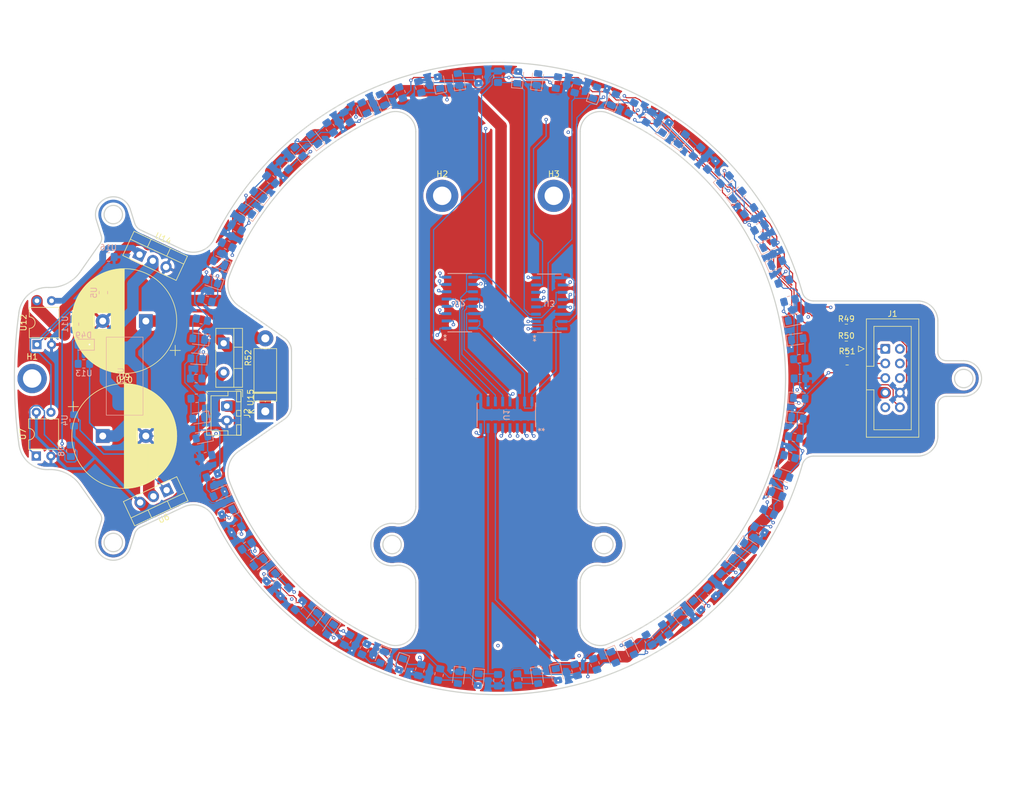
<source format=kicad_pcb>
(kicad_pcb (version 20240108) (generator "pcbnew") (generator_version "8.0")
  (layers (0 "F.Cu" signal) (1 "In1.Cu" signal) (2 "In2.Cu" signal) (31 "B.Cu" signal) (34 "B.Paste" user) (35 "F.Paste" user) (36 "B.SilkS" user "B.Silkscreen") (37 "F.SilkS" user "F.Silkscreen") (38 "B.Mask" user) (39 "F.Mask" user) (44 "Edge.Cuts" user))
  (net 0 "")
  (net 1 "3.3V")
  (net 2 "Ch1")
  (net 3 "Net-(D2-A)")
  (net 4 "GND")
  (net 5 "Ch2")
  (net 6 "Net-(D4-A)")
  (net 7 "Ch3")
  (net 8 "Net-(D6-A)")
  (net 9 "Ch4")
  (net 10 "Net-(D8-A)")
  (net 11 "Ch5")
  (net 12 "Net-(D10-A)")
  (net 13 "Ch6")
  (net 14 "Net-(D12-A)")
  (net 15 "Ch7")
  (net 16 "Net-(D14-A)")
  (net 17 "Ch8")
  (net 18 "Net-(D16-A)")
  (net 19 "Ch9")
  (net 20 "Net-(D18-A)")
  (net 21 "Ch10")
  (net 22 "Net-(D20-A)")
  (net 23 "Ch11")
  (net 24 "Net-(D22-A)")
  (net 25 "Ch12")
  (net 26 "Net-(D24-A)")
  (net 27 "Ch13")
  (net 28 "Net-(D26-A)")
  (net 29 "Ch14")
  (net 30 "Net-(D28-A)")
  (net 31 "Ch15")
  (net 32 "Net-(D30-A)")
  (net 33 "Ch16")
  (net 34 "Net-(D32-A)")
  (net 35 "Ch17")
  (net 36 "Net-(D34-A)")
  (net 37 "Ch18")
  (net 38 "Net-(D36-A)")
  (net 39 "Ch19")
  (net 40 "Net-(D38-A)")
  (net 41 "Ch20")
  (net 42 "Net-(D40-A)")
  (net 43 "Ch21")
  (net 44 "Net-(D42-A)")
  (net 45 "Ch22")
  (net 46 "Net-(D44-A)")
  (net 47 "Ch23")
  (net 48 "Net-(D46-A)")
  (net 49 "Ch24")
  (net 50 "Net-(D48-A)")
  (net 51 "Net-(D49-A)")
  (net 52 "12V")
  (net 53 "CS2")
  (net 54 "Kicker")
  (net 55 "CS1")
  (net 56 "CS3")
  (net 57 "MOSI")
  (net 58 "SCK1")
  (net 59 "MISO")
  (net 60 "48V")
  (net 61 "Net-(U6-D)")
  (net 62 "Net-(U15-K)")
  (net 63 "Net-(U6-G)")
  (net 64 "Net-(U7-A)")
  (net 65 "Net-(U12-A)")
  (net 66 "Net-(U14-G)")
  (net 67 "Net-(U14-S)")
  (footprint "MountingHole:MountingHole_3.2mm_M3_DIN965_Pad" (layer "F.Cu") (at 19.002 100)
    (property "Reference" "H1")
    (property "Value" "MountingHole")
  )
  (footprint "Connector_IDC:IDC-Header_2x05_P2.54mm_Vertical" (layer "F.Cu") (at 167.34 94.84)
    (property "Reference" "J1")
    (property "Value" "Conn_02x05_Odd_Even")
  )
  (footprint "Resistor_SMD:R_0805_2012Metric_Pad1.20x1.40mm_HandSolder" (layer "F.Cu") (at 160.71 96.91)
    (property "Reference" "R51")
    (property "Value" "10K")
  )
  (footprint "Package_TO_SOT_THT:TO-220-2_Vertical" (layer "F.Cu") (at 52.305 93.86 -90)
    (property "Reference" "R52")
    (property "Value" "50")
  )
  (footprint "Diode_THT:D_5W_P12.70mm_Horizontal" (layer "F.Cu") (at 59.54 105.71 90)
    (property "Reference" "U15")
    (property "Value" "D")
  )
  (footprint "Resistor_SMD:R_0805_2012Metric_Pad1.20x1.40mm_HandSolder" (layer "F.Cu") (at 160.57 91.27)
    (property "Reference" "R49")
    (property "Value" "10K")
  )
  (footprint "Package_DIP:DIP-4_W7.62mm" (layer "F.Cu") (at 19.835 94.09 90)
    (property "Reference" "U12")
    (property "Value" "Oprocoupler")
  )
  (footprint "Capacitor_THT:CP_Radial_D18.0mm_P7.50mm" (layer "F.Cu") (at 38.77 90 180)
    (property "Reference" "U10")
    (property "Value" "2200")
  )
  (footprint "MountingHole:MountingHole_3.2mm_M3_DIN965_Pad" (layer "F.Cu") (at 109.7 68.2091)
    (property "Reference" "H3")
    (property "Value" "MountingHole")
  )
  (footprint "Package_TO_SOT_THT:TO-220-3_Vertical" (layer "F.Cu") (at 42.3826 119.4201 -155)
    (property "Reference" "U6")
    (property "Value" "BSP89")
  )
  (footprint "Connector_JST:JST_XH_B2B-XH-A_1x02_P2.50mm_Vertical" (layer "F.Cu") (at 52.85 104.8 -90)
    (property "Reference" "J2")
    (property "Value" "Conn_01x02")
  )
  (footprint "Capacitor_THT:CP_Radial_D18.0mm_P7.50mm" (layer "F.Cu") (at 31.27 110)
    (property "Reference" "U9")
    (property "Value" "2200")
  )
  (footprint "Resistor_SMD:R_0805_2012Metric_Pad1.20x1.40mm_HandSolder" (layer "F.Cu") (at 160.57 94.22)
    (property "Reference" "R50")
    (property "Value" "10K")
  )
  (footprint "MountingHole:MountingHole_3.2mm_M3_DIN965_Pad" (layer "F.Cu") (at 90.3 68.2091)
    (property "Reference" "H2")
    (property "Value" "MountingHole")
  )
  (footprint "Package_TO_SOT_THT:TO-220-3_Vertical" (layer "F.Cu") (at 37.676 78.4431 -25)
    (property "Reference" "U14")
    (property "Value" "N channel")
  )
  (footprint "Package_DIP:DIP-4_W7.62mm" (layer "F.Cu") (at 19.725 113.49 90)
    (property "Reference" "U7")
    (property "Value" "Optocoupler")
  )
  (footprint "Resistor_SMD:R_0805_2012Metric_Pad1.20x1.40mm_HandSolder" (layer "B.Cu") (at 116.8756 149.7138 -71)
    (property "Reference" "R10" (hide yes))
    (property "Value" "750")
  )
  (footprint "Resistor_SMD:R_0805_2012Metric_Pad1.20x1.40mm_HandSolder" (layer "B.Cu") (at 143.6522 70.8326 34)
    (property "Reference" "R44" (hide yes))
    (property "Value" "750")
  )
  (footprint "LED_SMD:LED_0805_2012Metric_Pad1.15x1.40mm_HandSolder" (layer "B.Cu") (at 141.6511 131.96 -37)
    (property "Reference" "D6" (hide yes))
    (property "Value" "LED")
  )
  (footprint "LED_SMD:LED_0805_2012Metric_Pad1.15x1.40mm_HandSolder" (layer "B.Cu") (at 79.9091 148.5037 -112)
    (property "Reference" "D16" (hide yes))
    (property "Value" "LED")
  )
  (footprint "Diode_SMD:D_0805_2012Metric_Pad1.15x1.40mm_HandSolder" (layer "B.Cu") (at 110.2422 151.4912 -79)
    (property "Reference" "D11" (hide yes))
    (property "Value" "D_Photo")
  )
  (footprint "Diode_SMD:D_0805_2012Metric_Pad1.15x1.40mm_HandSolder" (layer "B.Cu") (at 89.7578 48.5088 101)
    (property "Reference" "D35" (hide yes))
    (property "Value" "D_Photo")
  )
  (footprint "Resistor_SMD:R_0805_2012Metric_Pad1.20x1.40mm_HandSolder" (layer "B.Cu") (at 62.8769 62.8769 135)
    (property "Reference" "R31" (hide yes))
    (property "Value" "14k")
  )
  (footprint "Resistor_SMD:R_0805_2012Metric_Pad1.20x1.40mm_HandSolder" (layer "B.Cu") (at 123.2202 52.9142 64)
    (property "Reference" "R40" (hide yes))
    (property "Value" "750")
  )
  (footprint "LED_SMD:LED_0805_2012Metric_Pad1.15x1.40mm_HandSolder" (layer "B.Cu") (at 131.96 58.3489 53)
    (property "Reference" "D42" (hide yes))
    (property "Value" "LED")
  )
  (footprint "LED_SMD:LED_0805_2012Metric_Pad1.15x1.40mm_HandSolder" (layer "B.Cu") (at 120.0909 51.4963 68)
    (property "Reference" "D40" (hide yes))
    (property "Value" "LED")
  )
  (footprint "Resistor_SMD:R_0805_2012Metric_Pad1.20x1.40mm_HandSolder" (layer "B.Cu") (at 83.1244 50.2862 109)
    (property "Reference" "R34" (hide yes))
    (property "Value" "750")
  )
  (footprint "LED_SMD:LED_0805_2012Metric_Pad1.15x1.40mm_HandSolder" (layer "B.Cu") (at 152.0509 93.1474 8)
    (property "Reference" "D48" (hide yes))
    (property "Value" "LED")
  )
  (footprint "Resistor_SMD:R_0805_2012Metric_Pad1.20x1.40mm_HandSolder" (layer "B.Cu") (at 150.7111 113.588 -15)
    (property "Reference" "R3" (hide yes))
    (property "Value" "14k")
  )
  (footprint "Resistor_SMD:R_0805_2012Metric_Pad1.20x1.40mm_HandSolder" (layer "B.Cu") (at 103.4337 152.3876 -86)
    (property "Reference" "R12" (hide yes))
    (property "Value" "750")
  )
  (footprint "Resistor_SMD:R_0805_2012Metric_Pad1.20x1.40mm_HandSolder" (layer "B.Cu") (at 129.1674 143.6522 -56)
    (property "Reference" "R8" (hide yes))
    (property "Value" "750")
  )
  (footprint "footprints:SOIC16-N_MC_MCH-L" (layer "B.Cu") (at 93.3614 86.805)
    (property "Reference" "U2")
    (property "Value" "MCP3008")
  )
  (footprint "Resistor_SMD:R_0805_2012Metric_Pad1.20x1.40mm_HandSolder" (layer "B.Cu") (at 49.2889 86.412 165)
    (property "Reference" "R27" (hide yes))
    (property "Value" "14k")
  )
  (footprint "Resistor_SMD:R_0805_2012Metric_Pad1.20x1.40mm_HandSolder" (layer "B.Cu") (at 137.1231 137.1231 -45)
    (property "Reference" "R7" (hide yes))
    (property "Value" "14k")
  )
  (footprint "Resistor_SMD:R_0805_2012Metric_Pad1.20x1.40mm_HandSolder" (layer "B.Cu") (at 50.2862 116.8756 -161)
    (property "Reference" "R22" (hide yes))
    (property "Value" "750")
  )
  (footprint "Resistor_SMD:R_0805_2012Metric_Pad1.20x1.40mm_HandSolder" (layer "B.Cu") (at 126.25 54.5337 60)
    (property "Reference" "R41" (hide yes))
    (property "Value" "14k")
  )
  (footprint "Resistor_SMD:R_0805_2012Metric_Pad1.20x1.40mm_HandSolder" (layer "B.Cu") (at 139.4716 134.6157 -41)
    (property "Reference" "R6" (hide yes))
    (property "Value" "750")
  )
  (footprint "Diode_SMD:D_0805_2012Metric_Pad1.15x1.40mm_HandSolder" (layer "B.Cu") (at 151.4912 89.7578 11)
    (property "Reference" "D47" (hide yes))
    (property "Value" "D_Photo")
  )
  (footprint "Resistor_SMD:R_0805_2012Metric_Pad1.20x1.40mm_HandSolder" (layer "B.Cu") (at 96.5663 47.6124 94)
    (property "Reference" "R36" (hide yes))
    (property "Value" "750")
  )
  (footprint "Resistor_SMD:R_0805_2012Metric_Pad1.20x1.40mm_HandSolder" (layer "B.Cu") (at 126.25 145.4663 -60)
    (property "Reference" "R9" (hide yes))
    (property "Value" "14k")
  )
  (footprint "LED_SMD:LED_0805_2012Metric_Pad1.15x1.40mm_HandSolder" (layer "B.Cu") (at 58.3489 68.04 143)
    (property "Reference" "D30" (hide yes))
    (property "Value" "LED")
  )
  (footprint "Resistor_SMD:R_0805_2012Metric_Pad1.20x1.40mm_HandSolder" (layer "B.Cu") (at 65.3843 139.4716 -131)
    (property "Reference" "R18" (hide yes))
    (property "Value" "750")
  )
  (footprint "Resistor_SMD:R_0805_2012Metric_Pad1.20x1.40mm_HandSolder" (layer "B.Cu") (at 32.26 78.85 180)
    (property "Reference" "U16")
    (property "Value" "10K")
  )
  (footprint "Resistor_SMD:R_0805_2012Metric_Pad1.20x1.40mm_HandSolder" (layer "B.Cu") (at 49.2889 113.588 -165)
    (property "Reference" "R23" (hide yes))
    (property "Value" "14k")
  )
  (footprint "Resistor_SMD:R_0805_2012Metric_Pad1.20x1.40mm_HandSolder" (layer "B.Cu") (at 52.9142 76.7798 154)
    (property "Reference" "R28" (hide yes))
    (property "Value" "750")
  )
  (footprint "Resistor_SMD:R_0805_2012Metric_Pad1.20x1.40mm_HandSolder" (layer "B.Cu") (at 89.7578 151.4912 -101)
    (property "Reference" "R14" (hide yes))
    (property "Value" "750")
  )
  (footprint "Diode_SMD:D_0805_2012Metric_Pad1.15x1.40mm_HandSolder" (layer "B.Cu") (at 56.3478 70.8326 146)
    (property "Reference" "D29" (hide yes))
    (property "Value" "D_Photo")
  )
  (footprint "Diode_SMD:D_0805_2012Metric_Pad1.15x1.40mm_HandSolder" (layer "B.Cu") (at 152.3876 103.4337 -4)
    (property "Reference" "D1" (hide yes))
    (property "Value" "D_Photo")
  )
  (footprint "LED_SMD:LED_0805_2012Metric_Pad1.15x1.40mm_HandSolder" (layer "B.Cu") (at 106.8526 47.9491 83)
    (property "Reference" "D38" (hide yes))
    (property "Value" "LED")
  )
  (footprint "Resistor_SMD:R_0805_2012Metric_Pad1.20x1.40mm_HandSolder" (layer "B.Cu") (at 100 152.5 -90)
    (property "Reference" "R13" (hide yes))
    (property "Value" "14k")
  )
  (footprint "Resistor_SMD:R_0805_2012Metric_Pad1.20x1.40mm_HandSolder" (layer "B.Cu") (at 31.39 85.05 -90)
    (property "Reference" "U5")
    (property "Value" "115k")
  )
  (footprint "Resistor_SMD:R_0805_2012Metric_Pad1.20x1.40mm_HandSolder" (layer "B.Cu") (at 145.4663 73.75 30)
    (property "Reference" "R45" (hide yes))
    (property "Value" "14k")
  )
  (footprint "Resistor_SMD:R_0805_2012Metric_Pad1.20x1.40mm_HandSolder" (layer "B.Cu") (at 113.588 150.7111 -75)
    (property "Reference" "R11" (hide yes))
    (property "Value" "14k")
  )
  (footprint "LED_SMD:LED_0805_2012Metric_Pad1.15x1.40mm_HandSolder" (layer "B.Cu") (at 148.5037 120.0909 -22)
    (property "Reference" "D4" (hide yes))
    (property "Value" "LED")
  )
  (footprint "LED_SMD:LED_0805_2012Metric_Pad1.15x1.40mm_HandSolder" (layer "B.Cu") (at 68.04 58.3489 128)
    (property "Reference" "D32" (hide yes))
    (property "Value" "LED")
  )
  (footprint "Resistor_SMD:R_0805_2012Metric_Pad1.20x1.40mm_HandSolder" (layer "B.Cu") (at 151.4912 110.2422 -11)
    (property "Reference" "R2" (hide yes))
    (property "Value" "750")
  )
  (footprint "LED_SMD:LED_0805_2012Metric_Pad1.15x1.40mm_HandSolder" (layer "B.Cu") (at 131.96 141.651 -52)
    (property "Reference" "D8" (hide yes))
    (property "Value" "LED")
  )
  (footprint "LED_SMD:LED_0805_2012Metric_Pad1.15x1.40mm_HandSolder" (layer "B.Cu") (at 93.1474 47.9491 98)
    (property "Reference" "D36" (hide yes))
    (property "Value" "LED")
  )
  (footprint "Resistor_SMD:R_0805_2012Metric_Pad1.20x1.40mm_HandSolder" (layer "B.Cu") (at 56.3478 129.1674 -146)
    (property "Reference" "R20" (hide yes))
    (property "Value" "750")
  )
  (footprint "Resistor_SMD:R_0805_2012Metric_Pad1.20x1.40mm_HandSolder" (layer "B.Cu") (at 113.588 49.2889 75)
    (property "Reference" "R39" (hide yes))
    (property "Value" "14k")
  )
  (footprint "Resistor_SMD:R_0805_2012Metric_Pad1.20x1.40mm_HandSolder" (layer "B.Cu") (at 137.1231 62.8769 45)
    (property "Reference" "R43" (hide yes))
    (property "Value" "14k")
  )
  (footprint "Resistor_SMD:R_0805_2012Metric_Pad1.20x1.40mm_HandSolder" (layer "B.Cu") (at 149.7138 83.1244 19)
    (property "Reference" "R46" (hide yes))
    (property "Value" "750")
  )
  (footprint "Diode_SMD:D_0805_2012Metric_Pad1.15x1.40mm_HandSolder" (layer "B.Cu") (at 116.8756 50.2862 71)
    (property "Reference" "D39" (hide yes))
    (property "Value" "D_Photo")
  )
  (footprint "Resistor_SMD:R_0805_2012Metric_Pad1.20x1.40mm_HandSolder" (layer "B.Cu") (at 110.2422 48.5088 79)
    (property "Reference" "R38" (hide yes))
    (property "Value" "750")
  )
  (footprint "Resistor_SMD:R_0805_2012Metric_Pad1.20x1.40mm_HandSolder" (layer "B.Cu") (at 47.6124 103.4337 -176)
    (property "Reference" "R24" (hide yes))
    (property "Value" "750")
  )
  (footprint "footprints:SOIC16-N_MC_MCH-L" (layer "B.Cu") (at 101.45 106.32 90)
    (property "Reference" "U1")
    (property "Value" "MCP3008")
  )
  (footprint "Diode_SMD:D_0805_2012Metric_Pad1.15x1.40mm_HandSolder" (layer "B.Cu") (at 70.8326 143.6522 -124)
    (property "Reference" "D17" (hide yes))
    (property "Value" "D_Photo")
  )
  (footprint "LED_SMD:LED_0805_2012Metric_Pad1.15x1.40mm_HandSolder" (layer "B.Cu") (at 141.6511 68.04 38)
    (property "Reference" "D44" (hide yes))
    (property "Value" "LED")
  )
  (footprint "Resistor_SMD:R_0805_2012Metric_Pad1.20x1.40mm_HandSolder" (layer "B.Cu") (at 47.5 100 180)
    (property "Reference" "R25" (hide yes))
    (property "Value" "14k")
  )
  (footprint "Resistor_SMD:R_0805_2012Metric_Pad1.20x1.40mm_HandSolder" (layer "B.Cu") (at 150.7111 86.412 15)
    (property "Reference" "R47" (hide yes))
    (property "Value" "14k")
  )
  (footprint "footprints:SOIC16-N_MC_MCH-L" (layer "B.Cu") (at 108.9186 86.905)
    (property "Reference" "U3")
    (property "Value" "MCP3008")
  )
  (footprint "LED_SMD:LED_0805_2012Metric_Pad1.15x1.40mm_HandSolder" (layer "B.Cu") (at 68.04 141.651 -127)
    (property "Reference" "D18" (hide yes))
    (property "Value" "LED")
  )
  (footprint "Diode_SMD:D_0805_2012Metric_Pad1.15x1.40mm_HandSolder" (layer "B.Cu") (at 147.0858 76.7798 26)
    (property "Reference" "D45" (hide yes))
    (property "Value" "D_Photo")
  )
  (footprint "Diode_SMD:D_0805_2012Metric_Pad1.15x1.40mm_HandSolder" (layer "B.Cu") (at 123.2202 147.0858 -64)
    (property "Reference" "D9" (hide yes))
    (property "Value" "D_Photo")
  )
  (footprint "Resistor_SMD:R_0805_2012Metric_Pad1.20x1.40mm_HandSolder" (layer "B.Cu") (at 27.99 97.45)
    (property "Reference" "U13")
    (property "Value" "10k")
  )
  (footprint "Resistor_SMD:R_0805_2012Metric_Pad1.20x1.40mm_HandSolder" (layer "B.Cu") (at 145.4663 126.25 -30)
    (property "Reference" "R5" (hide yes))
    (property "Value" "14k")
  )
  (footprint "SMDPads:Pads" (layer "B.Cu") (at 34.94 99.55 -90)
    (property "Reference" "U17")
    (property "Value" "Conn_01x02")
  )
  (footprint "Resistor_SMD:R_0805_2012Metric_Pad1.20x1.40mm_HandSolder" (layer "B.Cu") (at 70.8326 56.3478 124)
    (property "Reference" "R32" (hide yes))
    (property "Value" "750")
  )
  (footprint "Diode_SMD:D_0805_2012Metric_Pad1.15x1.40mm_HandSolder" (layer "B.Cu") (at 50.2862 83.1244 161)
    (property "Reference" "D27" (hide yes))
    (property "Value" "D_Photo")
  )
  (footprint "LED_SMD:LED_0805_2012Metric_Pad1.15x1.40mm_HandSolder" (layer "B.Cu") (at 51.4963 79.9091 158)
    (property "Reference" "D28" (hide yes))
    (property "Value" "LED")
  )
  (footprint "Diode_SMD:D_0805_2012Metric_Pad1.15x1.40mm_HandSolder" (layer "B.Cu") (at 47.6124 96.5663 176)
    (property "Reference" "D25" (hide yes))
    (property "Value" "D_Photo")
  )
  (footprint "Diode_SMD:D_0805_2012Metric_Pad1.15x1.40mm_HandSolder" (layer "B.Cu") (at 48.5088 110.2422 -169)
    (property "Reference" "D23" (hide yes))
    (property "Value" "D_Photo")
  )
  (footprint "Resistor_SMD:R_0805_2012Metric_Pad1.20x1.40mm_HandSolder" (layer "B.Cu") (at 86.412 49.2889 105)
    (property "Reference" "R35" (hide yes))
    (property "Value" "14k")
  )
  (footprint "LED_SMD:LED_0805_2012Metric_Pad1.15x1.40mm_HandSolder" (layer "B.Cu") (at 27.955 94.11 180)
    (property "Reference" "D49")
    (property "Value" "LED")
  )
  (footprint "Diode_SMD:D_0805_2012Metric_Pad1.15x1.40mm_HandSolder" (layer "B.Cu") (at 96.5663 152.3876 -94)
    (property "Reference" "D13" (hide yes))
    (property "Value" "D_Photo")
  )
  (footprint "Resistor_SMD:R_0805_2012Metric_Pad1.20x1.40mm_HandSolder" (layer "B.Cu") (at 152.3876 96.5663 4)
    (property "Reference" "R48" (hide yes))
    (property "Value" "750")
  )
  (footprint "LED_SMD:LED_0805_2012Metric_Pad1.15x1.40mm_HandSolder" (layer "B.Cu") (at 51.4963 120.0909 -157)
    (property "Reference" "D22" (hide yes))
    (property "Value" "LED")
  )
  (footprint "Diode_SMD:D_0805_2012Metric_Pad1.15x1.40mm_HandSolder" (layer "B.Cu") (at 149.7138 116.8756 -19)
    (property "Reference" "D3" (hide yes))
    (property "Value" "D_Photo")
  )
  (footprint "Resistor_SMD:R_0805_2012Metric_Pad1.20x1.40mm_HandSolder" (layer "B.Cu") (at 54.5337 126.25 -150)
    (property "Reference" "R21" (hide yes))
    (property "Value" "14k")
  )
  (footprint "LED_SMD:LED_0805_2012Metric_Pad1.15x1.40mm_HandSolder" (layer "B.Cu") (at 93.1474 152.0509 -97)
    (property "Reference" "D14" (hide yes))
    (property "Value" "LED")
  )
  (footprint "Diode_SMD:D_0805_2012Metric_Pad1.15x1.40mm_HandSolder" (layer "B.Cu") (at 76.7798 52.9142 116)
    (property "Reference" "D33" (hide yes))
    (property "Value" "D_Photo")
  )
  (footprint "LED_SMD:LED_0805_2012Metric_Pad1.15x1.40mm_HandSolder" (layer "B.Cu") (at 106.8526 152.0509 -82)
    (property "Reference" "D12" (hide yes))
    (property "Value" "LED")
  )
  (footprint "Diode_SMD:D_0805_2012Metric_Pad1.15x1.40mm_HandSolder" (layer "B.Cu") (at 60.5284 134.6157 -139)
    (property "Reference" "D19" (hide yes))
    (property "Value" "D_Photo")
  )
  (footprint "Diode_SMD:D_0805_2012Metric_Pad1.15x1.40mm_HandSolder" (layer "B.Cu") (at 143.6522 129.1674 -34)
    (property "Reference" "D5" (hide yes))
    (property "Value" "D_Photo")
  )
  (footprint "Resistor_SMD:R_0805_2012Metric_Pad1.20x1.40mm_HandSolder" (layer "B.Cu") (at 100 47.5 90)
    (property "Reference" "R37" (hide yes))
    (property "Value" "14k")
  )
  (footprint "Resistor_SMD:R_0805_2012Metric_Pad1.20x1.40mm_HandSolder" (layer "B.Cu") (at 62.8769 137.1231 -135)
    (property "Reference" "R19" (hide yes))
    (property "Value" "14k")
  )
  (footprint "Diode_SMD:D_0805_2012Metric_Pad1.15x1.40mm_HandSolder" (layer "B.Cu") (at 134.6157 139.4716 -49)
    (property "Reference" "D7" (hide yes))
    (property "Value" "D_Photo")
  )
  (footprint "Resistor_SMD:R_0805_2012Metric_Pad1.20x1.40mm_HandSolder" (layer "B.Cu") (at 73.75 54.5337 120)
    (property "Reference" "R33" (hide yes))
    (property "Value" "14k")
  )
  (footprint "LED_SMD:LED_0805_2012Metric_Pad1.15x1.40mm_HandSolder" (layer "B.Cu") (at 120.0909 148.5037 -67)
    (property "Reference" "D10" (hide yes))
    (property "Value" "LED")
  )
  (footprint "Diode_SMD:D_0805_2012Metric_Pad1.15x1.40mm_HandSolder" (layer "B.Cu") (at 83.1244 149.7138 -109)
    (property "Reference" "D15" (hide yes))
    (property "Value" "D_Photo")
  )
  (footprint "Resistor_SMD:R_0805_2012Metric_Pad1.20x1.40mm_HandSolder" (layer "B.Cu") (at 73.75 145.4663 -120)
    (property "Reference" "R17" (hide yes))
    (property "Value" "14k")
  )
  (footprint "LED_SMD:LED_0805_2012Metric_Pad1.15x1.40mm_HandSolder" (layer "B.Cu") (at 152.0509 106.8526 -7)
    (property "Reference" "D2" (hide yes))
    (property "Value" "LED")
  )
  (footprint "LED_SMD:LED_0805_2012Metric_Pad1.15x1.40mm_HandSolder" (layer "B.Cu") (at 47.9491 106.8526 -172)
    (property "Reference" "D24" (hide yes))
    (property "Value" "LED")
  )
  (footprint "Resistor_SMD:R_0805_2012Metric_Pad1.20x1.40mm_HandSolder" (layer "B.Cu") (at 76.7798 147.0858 -116)
    (property "Reference" "R16" (hide yes))
    (property "Value" "750")
  )
  (footprint "LED_SMD:LED_0805_2012Metric_Pad1.15x1.40mm_HandSolder" (layer "B.Cu") (at 58.3489 131.96 -142)
    (property "Reference" "D20" (hide yes))
    (property "Value" "LED")
  )
  (footprint "Diode_SMD:D_0805_2012Metric_Pad1.15x1.40mm_HandSolder" (layer "B.Cu") (at 129.1674 56.3478 56)
    (property "Reference" "D41" (hide yes))
    (property "Value" "D_Photo")
  )
  (footprint "Resistor_SMD:R_0805_2012Metric_Pad1.20x1.40mm_HandSolder" (layer "B.Cu") (at 26.31 107.27 -90)
    (property "Reference" "U4")
    (property "Value" "30k")
  )
  (footprint "Diode_SMD:D_0805_2012Metric_Pad1.15x1.40mm_HandSolder" (layer "B.Cu") (at 52.9142 123.2202 -154)
    (property "Reference" "D21" (hide yes))
    (property "Value" "D_Photo")
  )
  (footprint "LED_SMD:LED_0805_2012Metric_Pad1.15x1.40mm_HandSolder" (layer "B.Cu") (at 148.5037 79.9091 23)
    (property "Reference" "D46" (hide yes))
    (property "Value" "LED")
  )
  (footprint "Resistor_SMD:R_0805_2012Metric_Pad1.20x1.40mm_HandSolder" (layer "B.Cu") (at 48.5088 89.7578 169)
    (property "Reference" "R26" (hide yes))
    (property "Value" "750")
  )
  (footprint "LED_SMD:LED_0805_2012Metric_Pad1.15x1.40mm_HandSolder" (layer "B.Cu") (at 79.9091 51.4963 113)
    (property "Reference" "D34" (hide yes))
    (property "Value" "LED")
  )
  (footprint "Resistor_SMD:R_0805_2012Metric_Pad1.20x1.40mm_HandSolder" (layer "B.Cu") (at 60.5284 65.3843 139)
    (property "Reference" "R30" (hide yes))
    (property "Value" "750")
  )
  (footprint "Resistor_SMD:R_0805_2012Metric_Pad1.20x1.40mm_HandSolder" (layer "B.Cu") (at 86.412 150.7111 -105)
    (property "Reference" "R15" (hide yes))
    (property "Value" "14k")
  )
  (footprint "Diode_SMD:D_0805_2012Metric_Pad1.15x1.40mm_HandSolder" (layer "B.Cu") (at 103.4337 47.6124 86)
    (property "Reference" "D37" (hide yes))
    (property "Value" "D_Photo")
  )
  (footprint "Resistor_SMD:R_0805_2012Metric_Pad1.20x1.40mm_HandSolder" (layer "B.Cu") (at 152.5 100)
    (property "Reference" "R1" (hide yes))
    (property "Value" "14k")
  )
  (footprint "Diode_SMD:D_0805_2012Metric_Pad1.15x1.40mm_HandSolder" (layer "B.Cu") (at 65.3843 60.5284 131)
    (property "Reference" "D31" (hide yes))
    (property "Value" "D_Photo")
  )
  (footprint "Resistor_SMD:R_0805_2012Metric_Pad1.20x1.40mm_HandSolder" (layer "B.Cu") (at 54.5337 73.75 150)
    (property "Reference" "R29" (hide yes))
    (property "Value" "14k")
  )
  (footprint "Resistor_SMD:R_0805_2012Metric_Pad1.20x1.40mm_HandSolder" (layer "B.Cu") (at 134.6157 60.5284 49)
    (property "Reference" "R42" (hide yes))
    (property "Value" "750")
  )
  (footprint "Resistor_SMD:R_0805_2012Metric_Pad1.20x1.40mm_HandSolder" (layer "B.Cu") (at 25.73 112.58 -90)
    (property "Reference" "U8")
    (property "Value" "210")
  )
  (footprint "Resistor_SMD:R_0805_2012Metric_Pad1.20x1.40mm_HandSolder" (layer "B.Cu") (at 26.37 90.55 -90)
    (property "Reference" "U11")
    (property "Value" "210")
  )
  (footprint "Diode_SMD:D_0805_2012Metric_Pad1.15x1.40mm_HandSolder" (layer "B.Cu") (at 139.4716 65.3843 41)
    (property "Reference" "D43" (hide yes))
    (property "Value" "D_Photo")
  )
  (footprint "Resistor_SMD:R_0805_2012Metric_Pad1.20x1.40mm_HandSolder" (layer "B.Cu") (at 147.0858 123.2202 -26)
    (property "Reference" "R4" (hide yes))
    (property "Value" "750")
  )
  (footprint "LED_SMD:LED_0805_2012Metric_Pad1.15x1.40mm_HandSolder" (layer "B.Cu") (at 47.9491 93.1474 173)
    (property "Reference" "D26" (hide yes))
    (property "Value" "LED")
  )
  (gr_arc (start 53.324001 117.92627) (mid 53.221354 114.997596) (end 54.943747 112.626722) (stroke (width 0.2)) (layer "Edge.Cuts"))
  (gr_arc (start 63.953905 105.655418) (mid 63.518092 106.451503) (end 62.864137 107.080804) (stroke (width 0.2)) (layer "Edge.Cuts"))
  (gr_arc (start 80.860215 146.191651) (mid 64.185725 134.890367) (end 53.324001 117.92627) (stroke (width 0.2)) (layer "Edge.Cuts"))
  (gr_arc (start 114.3 57.0418) (mid 115.855675 54.131542) (end 119.139785 53.808349) (stroke (width 0.2)) (layer "Edge.Cuts"))
  (gr_line (start 31.021874 75.181415) (end 30.15151 72.400712) (stroke (width 0.2)) (layer "Edge.Cuts"))
  (gr_arc (start 21.8834 115.847419) (mid 18.461238 114.695055) (end 16.707566 111.538498) (stroke (width 0.2)) (layer "Edge.Cuts"))
  (gr_line (start 37.893618 125.820564) (end 45.335315 122.350444) (stroke (width 0.2)) (layer "Edge.Cuts"))
  (gr_arc (start 117.799709 125.238871) (mid 115.363401 124.571974) (end 114.3 122.280782) (stroke (width 0.2)) (layer "Edge.Cuts"))
  (gr_arc (start 45.335315 122.350444) (mid 48.357047 122.203698) (end 50.61728 124.214603) (stroke (width 0.2)) (layer "Edge.Cuts"))
  (gr_arc (start 16.707566 88.461502) (mid 18.46122 85.304933) (end 21.8834 84.152581) (stroke (width 0.2)) (layer "Edge.Cuts"))
  (gr_arc (start 152.92744 114.95614) (mid 153.645366 113.905042) (end 154.852074 113.5) (stroke (width 0.2)) (layer "Edge.Cuts"))
  (gr_arc (start 119.139785 146.191651) (mid 115.861884 145.872636) (end 114.3 142.973166) (stroke (width 0.2)) (layer "Edge.Cuts"))
  (gr_line (start 64.095415 95.152044) (end 64.095415 104.8529) (stroke (width 0.2)) (layer "Edge.Cuts"))
  (gr_arc (start 82.200291 132.535491) (mid 77.883983 128.887181) (end 82.200291 125.238871) (stroke (width 0.2)) (layer "Edge.Cuts"))
  (gr_arc (start 64.095415 104.8529) (mid 64.059765 105.260349) (end 63.953905 105.655418) (stroke (width 0.2)) (layer "Edge.Cuts"))
  (gr_line (start 176.48785 89.99992) (end 176.48785 95.412147) (stroke (width 0.2)) (layer "Edge.Cuts"))
  (gr_circle (center 118.416017 128.887181) (end 118.416017 130.487181) (stroke (width 0.2)) (fill none) (layer "Edge.Cuts"))
  (gr_line (start 114.3 57.0418) (end 114.3 100) (stroke (width 0.2)) (layer "Edge.Cuts"))
  (gr_line (start 31.018702 124.828717) (end 30.151514 127.599274) (stroke (width 0.2)) (layer "Edge.Cuts"))
  (gr_line (start 85.7 100) (end 85.7 122.2808) (stroke (width 0.2)) (layer "Edge.Cuts"))
  (gr_arc (start 50.61728 75.785397) (mid 48.357046 77.796299) (end 45.335315 77.649556) (stroke (width 0.2)) (layer "Edge.Cuts"))
  (gr_arc (start 62.855478 92.913132) (mid 63.514863 93.54432) (end 63.953905 94.344582) (stroke (width 0.2)) (layer "Edge.Cuts"))
  (gr_arc (start 154.8521 86.5) (mid 153.645369 86.094955) (end 152.92744 85.04386) (stroke (width 0.2)) (layer "Edge.Cuts"))
  (gr_arc (start 16.707566 111.538498) (mid 15.91215 100) (end 16.707566 88.461502) (stroke (width 0.2)) (layer "Edge.Cuts"))
  (gr_arc (start 114.3 135.4936) (mid 115.363394 133.202408) (end 117.799709 132.535491) (stroke (width 0.2)) (layer "Edge.Cuts"))
  (gr_line (start 37.886952 74.176327) (end 45.335315 77.649556) (stroke (width 0.2)) (layer "Edge.Cuts"))
  (gr_circle (center 81.583983 128.887181) (end 81.583983 130.487181) (stroke (width 0.2)) (fill none) (layer "Edge.Cuts"))
  (gr_arc (start 53.324001 82.07373) (mid 64.185725 65.109633) (end 80.860215 53.808349) (stroke (width 0.2)) (layer "Edge.Cuts"))
  (gr_arc (start 119.139785 53.808349) (mid 141.575168 72.224014) (end 150 100) (stroke (width 0.2)) (layer "Edge.Cuts"))
  (gr_line (start 54.943747 112.626722) (end 62.864137 107.080804) (stroke (width 0.2)) (layer "Edge.Cuts"))
  (gr_arc (start 150 100) (mid 141.575168 127.775986) (end 119.139785 146.191651) (stroke (width 0.2)) (layer "Edge.Cuts"))
  (gr_arc (start 152.92744 114.95614) (mid 104.956919 154.776172) (end 50.61728 124.214603) (stroke (width 0.2)) (layer "Edge.Cuts"))
  (gr_line (start 176.48785 110) (end 176.48785 104.6) (stroke (width 0.2)) (layer "Edge.Cuts"))
  (gr_arc (start 85.7 142.9582) (mid 84.144325 145.868458) (end 80.860215 146.191651) (stroke (width 0.2)) (layer "Edge.Cuts"))
  (gr_arc (start 177.988 96.9) (mid 176.931573 96.464958) (end 176.48785 95.412147) (stroke (width 0.2)) (layer "Edge.Cuts"))
  (gr_arc (start 180.98785 96.9) (mid 184.08785 100) (end 180.98785 103.1) (stroke (width 0.2)) (layer "Edge.Cuts"))
  (gr_line (start 172.98793 86.5) (end 154.8521 86.5) (stroke (width 0.2)) (layer "Edge.Cuts"))
  (gr_line (start 36.06844 129.451297) (end 36.823519 127.038917) (stroke (width 0.2)) (layer "Edge.Cuts"))
  (gr_circle (center 33.10998 71.474722) (end 33.10998 73.074722) (stroke (width 0.2)) (fill none) (layer "Edge.Cuts"))
  (gr_line (start 36.073803 70.565839) (end 36.82354 72.961151) (stroke (width 0.2)) (layer "Edge.Cuts"))
  (gr_line (start 180.98785 103.1) (end 177.98785 103.1) (stroke (width 0.2)) (layer "Edge.Cuts"))
  (gr_arc (start 82.200291 132.535491) (mid 84.640692 133.205843) (end 85.7 135.504277) (stroke (width 0.2)) (layer "Edge.Cuts"))
  (gr_arc (start 176.48785 104.6) (mid 176.927193 103.539358) (end 177.98785 103.1) (stroke (width 0.2)) (layer "Edge.Cuts"))
  (gr_arc (start 31.021874 75.181415) (mid 31.072664 75.859244) (end 30.819077 76.489899) (stroke (width 0.2)) (layer "Edge.Cuts"))
  (gr_line (start 30.819086 76.489905) (end 27.333004 81.468545) (stroke (width 0.2)) (layer "Edge.Cuts"))
  (gr_line (start 172.98785 113.5) (end 154.852074 113.5) (stroke (width 0.2)) (layer "Edge.Cuts"))
  (gr_line (start 85.7 135.504277) (end 85.7 142.9582) (stroke (width 0.2)) (layer "Edge.Cuts"))
  (gr_arc (start 27.333004 81.468545) (mid 24.95251 83.509645) (end 21.8834 84.152581) (stroke (width 0.2)) (layer "Edge.Cuts"))
  (gr_arc (start 37.886952 74.176327) (mid 37.227158 73.680835) (end 36.82354 72.961151) (stroke (width 0.2)) (layer "Edge.Cuts"))
  (gr_circle (center 180.98785 100) (end 180.98785 101.6) (stroke (width 0.2)) (fill none) (layer "Edge.Cuts"))
  (gr_circle (center 33.10998 128.525278) (end 33.10998 130.125278) (stroke (width 0.2)) (fill none) (layer "Edge.Cuts"))
  (gr_arc (start 85.7 122.2808) (mid 84.636603 124.571994) (end 82.200291 125.238871) (stroke (width 0.2)) (layer "Edge.Cuts"))
  (gr_arc (start 117.799709 125.238871) (mid 122.116017 128.887181) (end 117.799709 132.535491) (stroke (width 0.2)) (layer "Edge.Cuts"))
  (gr_line (start 54.943722 87.373261) (end 62.855478 92.913132) (stroke (width 0.2)) (layer "Edge.Cuts"))
  (gr_arc (start 172.98793 86.5) (mid 175.462747 87.525103) (end 176.48785 89.99992) (stroke (width 0.2)) (layer "Edge.Cuts"))
  (gr_arc (start 36.823519 127.038917) (mid 37.229567 126.316436) (end 37.893618 125.820564) (stroke (width 0.2)) (layer "Edge.Cuts"))
  (gr_line (start 114.3 135.4936) (end 114.3 142.973166) (stroke (width 0.2)) (layer "Edge.Cuts"))
  (gr_arc (start 36.06844 129.451297) (mid 32.183996 131.483738) (end 30.151514 127.599274) (stroke (width 0.2)) (layer "Edge.Cuts"))
  (gr_arc (start 21.8834 115.847419) (mid 24.945982 116.487151) (end 27.32465 118.519524) (stroke (width 0.2)) (layer "Edge.Cuts"))
  (gr_arc (start 30.819086 123.510095) (mid 31.073476 124.146002) (end 31.018702 124.828717) (stroke (width 0.2)) (layer "Edge.Cuts"))
  (gr_arc (start 63.953905 94.344582) (mid 64.060181 94.742087) (end 64.095415 95.152044) (stroke (width 0.2)) (layer "Edge.Cuts"))
  (gr_line (start 114.3 100) (end 114.3 122.280782) (stroke (width 0.2)) (layer "Edge.Cuts"))
  (gr_line (start 85.7 57.056766) (end 85.7 100) (stroke (width 0.2)) (layer "Edge.Cuts"))
  (gr_line (start 30.819086 123.510095) (end 27.32465 118.519524) (stroke (width 0.2)) (layer "Edge.Cuts"))
  (gr_arc (start 30.15151 72.400712) (mid 32.19257 68.513583) (end 36.073803 70.565839) (stroke (width 0.2)) (layer "Edge.Cuts"))
  (gr_arc (start 80.860215 53.808349) (mid 84.150561 54.135678) (end 85.7 57.056766) (stroke (width 0.2)) (layer "Edge.Cuts"))
  (gr_line (start 180.98785 96.9) (end 177.988 96.9) (stroke (width 0.2)) (layer "Edge.Cuts"))
  (gr_arc (start 50.61728 75.785397) (mid 104.956919 45.223828) (end 152.92744 85.04386) (stroke (width 0.2)) (layer "Edge.Cuts"))
  (gr_arc (start 54.943722 87.373261) (mid 53.221342 85.002392) (end 53.324001 82.07373) (stroke (width 0.2)) (layer "Edge.Cuts"))
  (gr_arc (start 176.48785 110) (mid 175.462721 112.474856) (end 172.98785 113.5) (stroke (width 0.2)) (layer "Edge.Cuts"))
  (segment (start 64.919 138.969) (end 64.919 138.303171) (width 0.2) (layer "F.Cu") (net 1))
  (segment (start 159.71 96.91) (end 159.71 98.9925) (width 0.2) (layer "F.Cu") (net 1))
  (segment (start 64.919 138.303171) (end 64.384829 137.769) (width 0.2) (layer "F.Cu") (net 1))
  (segment (start 63.719 137.769) (end 61.17 135.22) (width 0.2) (layer "F.Cu") (net 1))
  (segment (start 77.218171 146.187006) (end 78.287006 146.187006) (width 0.2) (layer "F.Cu") (net 1))
  (segment (start 65.840453 138.916798) (end 65.788251 138.969) (width 0.2) (layer "F.Cu") (net 1))
  (segment (start 169.88 105) (end 168.7161 103.8361) (width 0.2) (layer "F.Cu") (net 1))
  (segment (start 147.591607 73.691607) (end 147.591607 73.65378) (width 0.2) (layer "F.Cu") (net 1))
  (segment (start 168.7161 101.9453) (end 167.8546 101.0838) (width 0.2) (layer "F.Cu") (net 1))
  (segment (start 168.7161 103.8361) (end 168.7161 101.9453) (width 0.2) (layer "F.Cu") (net 1))
  (segment (start 146.5 72.234314) (end 139.3767 65.111014) (width 0.2) (layer "F.Cu") (net 1))
  (segment (start 159.71 94.36) (end 159.71 96.91) (width 0.2) (layer "F.Cu") (net 1))
  (segment (start 84.8564 48.1179) (end 85.359662 47.614638) (width 0.2) (layer "F.Cu") (net 1))
  (segment (start 148.48 75.335736) (end 148.287572 74.95215) (width 0.2) (layer "F.Cu") (net 1))
  (segment (start 161.8013 101.0838) (end 159.71 98.9925) (width 0.2) (layer "F.Cu") (net 1))
  (segment (start 147.635309 73.735309) (end 147.591607 73.691607) (width 0.2) (layer "F.Cu") (net 1))
  (segment (start 89.365362 47.614638) (end 89.47 47.51) (width 0.2) (layer "F.Cu") (net 1))
  (segment (start 64.384829 137.769) (end 63.719 137.769) (width 0.2) (layer "F.Cu") (net 1))
  (segment (start 148.48 76.1548) (end 148.48 75.335736) (width 0.2) (layer "F.Cu") (net 1))
  (segment (start 159.57 91.27) (end 159.57 94.22) (width 0.2) (layer "F.Cu") (net 1))
  (segment (start 146.5 72.31) (end 146.5 72.234314) (width 0.2) (layer "F.Cu") (net 1))
  (segment (start 65.788251 138.969) (end 64.919 138.969) (width 0.2) (layer "F.Cu") (net 1))
  (segment (start 139.3767 65.111014) (end 139.3767 63.843) (width 0.2) (layer "F.Cu") (net 1))
  (segment (start 85.359662 47.614638) (end 89.365362 47.614638) (width 0.2) (layer "F.Cu") (net 1))
  (segment (start 167.8546 101.0838) (end 161.8013 101.0838) (width 0.2) (layer "F.Cu") (net 1))
  (segment (start 159.57 94.22) (end 159.71 94.36) (width 0.2) (layer "F.Cu") (net 1))
  (segment (start 147.591607 73.65378) (end 147.255394 73.065394) (width 0.2) (layer "F.Cu") (net 1))
  (segment (start 147.255394 73.065394) (end 146.5 72.31) (width 0.2) (layer "F.Cu") (net 1))
  (segment (start 159.71 98.9925) (end 157.4731 98.9925) (width 0.2) (layer "F.Cu") (net 1))
  (segment (start 148.6526 76.3274) (end 148.48 76.1548) (width 0.2) (layer "F.Cu") (net 1))
  (segment (start 61.17 135.22) (end 59.76 135.22) (width 0.2) (layer "F.Cu") (net 1))
  (segment (start 78.287006 146.187006) (end 82.76 150.66) (width 0.2) (layer "F.Cu") (net 1))
  (segment (start 148.287572 74.95215) (end 147.635309 73.735309) (width 0.2) (layer "F.Cu") (net 1))
  (via (at 77.218171 146.187006) (size 0.6) (drill 0.3) (layers "F.Cu" "B.Cu") (net 1))
  (via (at 56.18 68.14) (size 0.6) (drill 0.3) (layers "F.Cu" "B.Cu") (net 1))
  (via (at 125.82 147.65) (size 0.6) (drill 0.3) (layers "F.Cu" "B.Cu") (net 1))
  (via (at 96.55 153.46) (size 0.6) (drill 0.3) (layers "F.Cu" "B.Cu") (net 1))
  (via (at 71.4339 145.1097) (size 0.6) (drill 0.3) (layers "F.Cu" "B.Cu") (net 1))
  (via (at 148.6526 76.3274) (size 0.6) (drill 0.3) (layers "F.Cu" "B.Cu") (net 1))
  (via (at 75.2991 54.4796) (size 0.6) (drill 0.3) (layers "F.Cu" "B.Cu") (net 1))
  (via (at 146.8357 121.4976) (size 0.6) (drill 0.3) (layers "F.Cu" "B.Cu") (net 1))
  (via (at 96.636056 48.609964) (size 0.6) (drill 0.3) (layers "F.Cu" "B.Cu") (net 1))
  (via (at 118.35 51.0394) (size 0.6) (drill 0.3) (layers "F.Cu" "B.Cu") (net 1))
  (via (at 135.2915 140.29) (size 0.6) (drill 0.3) (layers "F.Cu" "B.Cu") (net 1))
  (via (at 89.47 47.51) (size 0.6) (drill 0.3) (layers "F.Cu" "B.Cu") (net 1))
  (via (at 139.3767 63.843) (size 0.6) (drill 0.3) (layers "F.Cu" "B.Cu") (net 1))
  (via (at 53.8111 78.5395) (size 0.6) (drill 0.3) (layers "F.Cu" "B.Cu") (net 1))
  (via (at 59.75315 135.28685) (size 0.6) (drill 0.3) (layers "F.Cu" "B.Cu") (net 1))
  (via (at 115.63 151.85) (size 0.6) (drill 0.3) (layers "F.Cu" "B.Cu") (net 1))
  (via (at 49.3156 81.4891) (size 0.6) (drill 0.3) (layers "F.Cu" "B.Cu") (net 1))
  (via (at 109.033 48.4754) (size 0.6) (drill 0.3) (layers "F.Cu" "B.Cu") (net 1))
  (via (at 110.46785 152.52215) (size 0.6) (drill 0.3) (layers "F.Cu" "B.Cu") (net 1))
  (via (at 59.3016 134.0117) (size 0.6) (drill 0.3) (layers "F.Cu" "B.Cu") (net 1))
  (via (at 103.5052 46.589897) (size 0.6) (drill 0.3) (layers "F.Cu" "B.Cu") (net 1))
  (via (at 157.4731 98.9925) (size 0.6) (drill 0.3) (layers "F.Cu" "B.Cu") (net 1))
  (via (at 141.355 133.755) (size 0.6) (drill 0.3) (layers "F.Cu" "B.Cu") (net 1))
  (via (at 57.7381 130.006) (size 0.6) (drill 0.3) (layers "F.Cu" "B.Cu") (net 1))
  (via (at 84.8564 48.1179) (size 0.6) (drill 0.3) (layers "F.Cu" "B.Cu") (net 1))
  (via (at 51.9949 123.57) (size 0.6) (drill 0.3) (layers "F.Cu" "B.Cu") (net 1))
  (via (at 129.804755 55.433851) (size 0.6) (drill 0.3) (layers "F.Cu" "B.Cu") (net 1))
  (via (at 150.0439 81.3623) (size 0.6) (drill 0.3) (layers "F.Cu" "B.Cu") (net 1))
  (via (at 53.2569 124.2233) (size 0.6) (drill 0.3) (layers "F.Cu" "B.Cu") (net 1))
  (via (at 51.2331 116.63) (size 0.6) (drill 0.3) (layers "F.Cu" "B.Cu") (net 1))
  (via (at 147.8557 125.0686) (size 0.6) (drill 0.3) (layers "F.Cu" "B.Cu") (net 1))
  (via (at 124.359485 53.310515) (size 0.6) (drill 0.3) (layers "F.Cu" "B.Cu") (net 1))
  (via (at 65.840453 138.916798) (size 0.6) (drill 0.3) (layers "F.Cu" "B.Cu") (net 1))
  (via (at 82.7949 150.6844) (size 0.6) (drill 0.3) (layers "F.Cu" "B.Cu") (net 1))
  (via (at 65.12745 58.53255) (size 0.6) (drill 0.3) (layers "F.Cu" "B.Cu") (net 1))
  (via (at 152.9611 112.5997) (size 0.6) (drill 0.3) (layers "F.Cu" "B.Cu") (net 1))
  (segment (start 89.988666 48.028666) (end 89.47 47.51) (width 0.2) (layer "B.Cu") (net 1))
  (segment (start 66.0436 138.7198) (end 66.0436 139.6545) (width 0.2) (layer "B.Cu") (net 1))
  (segment (start 47.287 84.8235) (end 49.3156 82.7949) (width 0.2) (layer "B.Cu") (net 1))
  (segment (start 60.333041 66.040359) (end 61.28311 66.040359) (width 0.2) (layer "B.Cu") (net 1))
  (segment (start 153.4104 103.5007) (end 153.4104 103.0552) (width 0.2) (layer "B.Cu") (net 1))
  (segment (start 152.9611 113.04) (end 152.9611 112.5997) (width 0.2) (layer "B.Cu") (net 1))
  (segment (start 47.94 103.6638) (end 47.94 108.8652) (width 0.2) (layer "B.Cu") (net 1))
  (segment (start 95.6728 89.98) (end 96.8127 89.98) (width 0.2) (layer "B.Cu") (net 1))
  (segment (start 150.5104 110.149) (end 150.5104 110.0471) (width 0.2) (layer "B.Cu") (net 1))
  (segment (start 152.69 113.3111) (end 152.9611 113.04) (width 0.2) (layer "B.Cu") (net 1))
  (segment (start 117.091217 52.263577) (end 117.6742 51.680594) (width 0.2) (layer "B.Cu") (net 1))
  (segment (start 49.3156 82.7949) (end 49.3156 81.4891) (width 0.2) (layer "B.Cu") (net 1))
  (segment (start 152.051 90.0033) (end 152.6996 89.3547) (width 0.2) (layer "B.Cu") (net 1))
  (segment (start 105.895 104.5785) (end 105.895 104.0086) (width 0.2) (layer "B.Cu") (net 1))
  (segment (start 152.4562 97.6982) (end 151.3897 96.6317) (width 0.2) (layer "B.Cu") (net 1))
  (segment (start 110.0901 90.78) (end 110.0901 90.08) (width 0.2) (layer "B.Cu") (net 1))
  (segment (start 150.6844 117.2051) (end 150.6844 116.3969) (width 0.2) (layer "B.Cu") (net 1))
  (segment (start 152.684286 87.154686) (end 152.684286 85.941277) (width 0.2) (layer "B.Cu") (net 1))
  (segment (start 146.8357 122.4545) (end 146.8357 121.4976) (width 0.2) (layer "B.Cu") (net 1))
  (segment (start 148.006 76.3274) (end 148.0051 76.3265) (width 0.2) (layer "B.Cu") (net 1))
  (segment (start 152.52 85.660361) (end 152.400849 85.393068) (width 0.2) (layer "B.Cu") (net 1))
  (segment (start 149.631 84.3099) (end 148.7669 83.4458) (width 0.2) (layer "B.Cu") (net 1))
  (segment (start 105.895 104.0086) (end 105.895 102.8687) (width 0.2) (layer "B.Cu") (net 1))
  (segment (start 96.8127 90.6801) (end 96.8127 89.98) (width 0.2) (layer "B.Cu") (net 1))
  (segment (start 139.538939 133.95964) (end 138.716891 133.95964) (width 0.2) (layer "B.Cu") (net 1))
  (segment (start 152.381572 114.670793) (end 152.400829 114.60692) (width 0.2) (layer "B.Cu") (net 1))
  (segment (start 117.6742 49.7847) (end 117.2051 49.3156) (width 0.2) (layer "B.Cu") (net 1))
  (segment (start 49.4896 89.9529) (end 47.9492 91.4933) (width 0.2) (layer "B.Cu") (net 1))
  (segment (start 55.498036 70.259428) (end 56.113972 70.259428) (width 0.2) (layer "B.Cu") (net 1))
  (segment (start 110.0471 49.4896) (end 109.033 48.4754) (width 0.2) (layer "B.Cu") (net 1))
  (segment (start 51.9949 123.6735) (end 52.7071 123.6735) (width 0.2) (layer "B.Cu") (net 1))
  (segment (start 128.608207 143.231793) (end 128.608207 142.823162) (width 0.2) (layer "B.Cu") (net 1))
  (segment (start 111.23 91.35) (end 110.6601 91.35) (width 0.2) (layer "B.Cu") (net 1))
  (segment (start 140.2422 64.7085) (end 141.3109 65.7772) (width 0.2) (layer "B.Cu") (net 1))
  (segment (start 70.2631 144.5045) (end 70.8287 144.5045) (width 0.2) (layer "B.Cu") (net 1))
  (segment (start 77.220065 146.1889) (end 77.2221 146.1889) (width 0.2) (layer "B.Cu") (net 1))
  (segment (start 152.400829 114.60692) (end 152.551455 114.269033) (width 0.2) (layer "B.Cu") (net 1))
  (segment (start 152.52 85.776991) (end 152.52 85.660361) (width 0.2) (layer "B.Cu") (net 1))
  (segment (start 103.5052 46.589897) (end 104.953207 48.037904) (width 0.2) (layer "B.Cu") (net 1))
  (segment (start 151.3909 84.3099) (end 149.631 84.3099) (width 0.2) (layer "B.Cu") (net 1))
  (segment (start 77.218171 146.187006) (end 77.220065 146.1889) (width 0.2) (layer "B.Cu") (net 1))
  (segment (start 65.0062 58.4113) (end 64.711839 58.705661) (width 0.2) (layer "B.Cu") (net 1))
  (segment (start 45.5537 97.5352) (end 45.5537 100.6865) (width 0.2) (layer "B.Cu") (net 1))
  (segment (start 152.0508 105.921) (end 153.4104 104.5614) (width 0.2) (layer "B.Cu") (net 1))
  (segment (start 113.72115 54.61639) (end 116.073963 52.263577) (width 0.2) (layer "B.Cu") (net 1))
  (segment (start 110.7609 90.08) (end 110.0901 90.08) (width 0.2) (layer "B.Cu") (net 1))
  (segment (start 96.2428 91.25) (end 96.8127 91.25) (width 0.2) (layer "B.Cu") (net 1))
  (segment (start 144.501964 129.740574) (end 143.758005 129.740574) (width 0.2) (layer "B.Cu") (net 1))
  (segment (start 152.551455 114.269033) (end 152.69 114.049653) (width 0.2) (layer "B.Cu") (net 1))
  (segment (start 91.4935 152.051) (end 95.1399 152.051) (width 0.2) (layer "B.Cu") (net 1))
  (segment (start 71.3882 57.1793) (end 69.2096 57.1793) (width 0.2) (layer "B.Cu") (net 1))
  (segment (start 147.8256 125.0686) (end 147.8557 125.0686) (width 0.2) (layer "B.Cu") (net 1))
  (segment (start 125.82 147.65) (end 125.632571 147.462571) (width 0.2) (layer "B.Cu") (net 1))
  (segment (start 104.625 104.5785) (end 104.625 105.1485) (width 0.2) (layer "B.Cu") (net 1))
  (segment (start 64.711839 58.705661) (end 64.711839 59.754461) (width 0.2) (layer "B.Cu") (net 1))
  (segment (start 105.895 105.1485) (end 104.625 105.1485) (width 0.2) (layer "B.Cu") (net 1))
  (segment (start 108.595504 48.037904) (end 109.033 48.4754) (width 0.2) (layer "B.Cu") (net 1))
  (segment (start 48.0317 109.914) (end 47.5035 110.4422) (width 0.2) (layer "B.Cu") (net 1))
  (segment (start 113.72115 55.71115) (end 113.72115 54.61639) (width 0.2) (layer "B.Cu") (net 1))
  (segment (start 150.5104 110.0471) (end 152.0508 108.5067) (width 0.2) (layer "B.Cu") (net 1))
  (segment (start 53.8111 77.2221) (end 53.8111 78.5395) (width 0.2) (layer "B.Cu") (net 1))
  (segment (start 95.1399 152.051) (end 96.4993 153.4104) (width 0.2) (layer "B.Cu") (net 1))
  (segment (start 141.114289 133.514289) (end 139.984289 133.514289) (width 0.2) (layer "B.Cu") (net 1))
  (segment (start 52.7071 123.6735) (end 53.2569 124.2233) (width 0.2) (layer "B.Cu") (net 1))
  (segment (start 125.82 147.65) (end 125.4649 148.0051) (width 0.2) (layer "B.Cu") (net 1))
  (segment (start 150.6844 116.3969) (end 151.57565 115.50565) (width 0.2) (layer "B.Cu") (net 1))
  (segment (start 151.57565 115.476715) (end 152.381572 114.670793) (width 0.2) (layer "B.Cu") (net 1))
  (segment (start 124.359485 53.310515) (end 123.8589 53.8111) (width 0.2) (layer "B.Cu") (net 1))
  (segment (start 152.684286 85.941277) (end 152.52 85.776991) (width 0.2) (layer "B.Cu") (net 1))
  (segment (start 49.4896 89.9529) (end 49.4896 89.1387) (width 0.2) (layer "B.Cu") (net 1))
  (segment (start 59.3016 134.8353) (end 59.3016 134.0117) (width 0.2) (layer "B.Cu") (net 1))
  (segment (start 56.18 68.14) (end 56.18 69.577464) (width 0.2) (layer "B.Cu") (net 1))
  (segment (start 153.4104 102.5005) (end 152.4562 101.5463) (width 0.2) (layer "B.Cu") (net 1))
  (segment (start 67.6289 58.76) (end 65.3549 58.76) (width 0.2) (layer "B.Cu") (net 1))
  (segment (start 111.23 90.08) (end 112.3699 90.08) (width 0.2) (layer "B.Cu") (net 1))
  (segment (start 109.9966 152.0509) (end 104.0295 152.0509) (width 0.2) (layer "B.Cu") (net 1))
  (segment (start 104.625 104.5785) (end 104.625 104.0086) (width 0.2) (layer "B.Cu") (net 1))
  (segment (start 51.9949 123.6735) (end 51.9949 123.57) (width 0.2) (layer "B.Cu") (net 1))
  (segment (start 129.7369 55.4955) (end 129.7369 56.1259) (width 0.2) (layer "B.Cu") (net 1))
  (segment (start 46.5896 96.4993) (end 45.5537 97.5352) (width 0.2) (layer "B.Cu") (net 1))
  (segment (start 96.636056 48.609964) (end 96.054758 48.028666) (width 0.2) (layer "B.Cu") (net 1))
  (segment (start 143.758005 129.740574) (end 139.984289 133.514289) (width 0.2) (layer "B.Cu") (net 1))
  (segment (start 82.328 150.2175) (end 82.328 148.317205) (width 0.2) (layer "B.Cu") (net 1))
  (segment (start 84.8564 48.1179) (end 84.8564 49.8225) (width 0.2) (layer "B.Cu") (net 1))
  (segment (start 46.5896 96.0302) (end 46.5896 96.4993) (width 0.2) (layer "B.Cu") (net 1))
  (segment (start 48.2355 103.3683) (end 47.94 103.6638) (width 0.2) (layer "B.Cu") (net 1))
  (segment (start 45.5537 100.6865) (end 48.2355 103.3683) (width 0.2) (layer "B.Cu") (net 1))
  (segment (start 148.6526 76.3274) (end 148.006 76.3274) (width 0.2) (layer "B.Cu") (net 1))
  (segment (start 57.7381 130.006) (end 57.7381 129.1706) (width 0.2) (layer "B.Cu") (net 1))
  (segment (start 65.840453 138.916798) (end 65.846602 138.916798) (width 0.2) (layer "B.Cu") (net 1))
  (segment (start 152.4562 101.5463) (end 152.4562 97.6982) (width 0.2) (layer "B.Cu") (net 1))
  (segment (start 64.711839 59.754461) (end 64.7085 59.7578) (width 0.2) (layer "B.Cu") (net 1))
  (segment (start 51.6243 116.163) (end 51.6243 109.287) (width 0.2) (layer "B.Cu") (net 1))
  (segment (start 153.4104 103.0552) (end 157.4731 98.9925) (width 0.2) (layer "B.Cu") (net 1))
  (segment (start 146.5123 122.7779) (end 146.5123 123.7553) (width 0.2) (layer "B.Cu") (net 1))
  (segment (start 152.6996 87.17) (end 152.684286 87.154686) (width 0.2) (layer "B.Cu") (net 1))
  (segment (start 110.6601 91.35) (end 110.0901 91.35) (width 0.2) (layer "B.Cu") (net 1))
  (segment (start 104.953207 48.037904) (end 108.595504 48.037904) (width 0.2) (layer "B.Cu") (net 1))
  (segment (start 104.0295 152.0509) (end 103.3683 151.3897) (width 0.2) (layer "B.Cu") (net 1))
  (segment (start 87.178922 147.736422) (end 91.4935 152.051) (width 0.2) (layer "B.Cu") (net 1))
  (segment (start 110.0901 98.6736) (end 110.0901 91.35) (width 0.2) (layer "B.Cu") (net 1))
  (segment (start 125.4649 148.0051) (end 123.6735 148.0051) (width 0.2) (layer "B.Cu") (net 1))
  (segment (start 146.5123 122.7779) (end 146.8357 122.4545) (width 0.2) (layer "B.Cu") (net 1))
  (segment (start 110.7609 90.08) (end 111.23 90.08) (width 0.2) (layer "B.Cu") (net 1))
  (segment (start 59.75315 135.28685) (end 59.3016 134.8353) (width 0.2) (layer "B.Cu") (net 1))
  (segment (start 82.908783 147.736422) (end 87.178922 147.736422) (width 0.2) (layer "B.Cu") (net 1))
  (segment (start 153.4104 104.5614) (end 153.4104 103.5007) (width 0.2) (layer "B.Cu") (net 1))
  (segment (start 125.632571 146.017429) (end 126.08 145.57) (width 0.2) (layer "B.Cu") (net 1))
  (segment (start 82.328 148.317205) (end 82.908783 147.736422) (width 0.2) (layer "B.Cu") (net 1))
  (segment (start 146.5123 123.7553) (end 147.8256 125.0686) (width 0.2) (layer "B.Cu") (net 1))
  (segment (start 141.3109 65.7772) (end 141.3109 67.8196) (width 0.2) (layer "B.Cu") (net 1))
  (segment (start 148.7669 82.6393) (end 150.0439 81.3623) (width 0.2) (layer "B.Cu") (net 1))
  (segment (start 123.8589 53.8111) (end 122.7779 53.8111) (width 0.2) (layer "B.Cu") (net 1))
  (segment (start 56.18 69.577464) (end 55.498036 70.259428) (width 0.2) (layer "B.Cu") (net 1))
  (segment (start 152.400849 85.393068) (end 152.379529 85.322349) (width 0.2) (layer "B.Cu") (net 1))
  (segment (start 47.9492 91.4933) (end 47.9492 94.6706) (width 0.2) (layer "B.Cu") (net 1))
  (segment (start 152.0508 108.5067) (end 152.0508 105.921) (width 0.2) (layer "B.Cu") (net 1))
  (segment (start 51.6243 109.287) (end 51.2942 108.9569) (width 0.2) (layer "B.Cu") (net 1))
  (segment (start 118.0877 51.3017) (end 118.35 51.0394) (width 0.2) (layer "B.Cu") (net 1))
  (segment (start 112.3699 90.08) (end 113.63 88.8199) (width 0.2) (layer "B.Cu") (net 1))
  (segment (start 69.2096 57.1793) (end 67.6289 58.76) (width 0.2) (layer "B.Cu") (net 1))
  (segment (start 113.63 55.8023) (end 113.72115 55.71115) (width 0.2) (layer "B.Cu") (net 1))
  (segment (start 139.984289 133.514289) (end 139.538939 133.95964) (width 0.2) (layer "B.Cu") (net 1))
  (segment (start 152.379529 85.322349) (end 151.9505 84.89332) (width 0.2) (layer "B.Cu") (net 1))
  (segment (start 117.6742 51.680594) (end 117.6742 51.3017) (width 0.2) (layer "B.Cu") (net 1))
  (segment (start 115.63 149.688313) (end 115.63 151.85) (width 0.2) (layer "B.Cu") (net 1))
  (segment (start 51.2942 108.9569) (end 48.0317 108.9569) (width 0.2) (layer "B.Cu") (net 1))
  (segment (start 70.8287 144.5045) (end 71.4339 145.1097) (width 0.2) (layer "B.Cu") (net 1))
  (segment (start 75.2991 53.0223) (end 75.2991 54.4796) (width 0.2) (layer "B.Cu") (net 1))
  (segment (start 47.94 108.8652) (end 48.0317 108.9569) (width 0.2) (layer "B.Cu") (net 1))
  (segment (start 151.9505 84.8695) (end 151.3909 84.3099) (width 0.2) (layer "B.Cu") (net 1))
  (segment (start 151.3897 96.6317) (end 152.051 95.9704) (width 0.2) (layer "B.Cu") (net 1))
  (segment (start 151.9505 84.89332) (end 151.9505 84.8695) (width 0.2) (layer "B.Cu") (net 1))
  (segment (start 142.8207 69.3294) (end 142.8207 71.3882) (width 0.2) (layer "B.Cu") (net 1))
  (segment (start 57.7381 129.1706) (end 57.1793 128.6118) (width 0.2) (layer "B.Cu") (net 1))
  (segment (start 104.625 104.0086) (end 104.625 99.0623) (width 0.2) (layer "B.Cu") (net 1))
  (segment (start 51.2331 116.5542) (end 51.6243 116.163) (width 0.2) (layer "B.Cu") (net 1))
  (segment (start 126.08 145.57) (end 126.27 145.57) (width 0.2) (layer "B.Cu") (net 1))
  (segment (start 148.7669 83.4458) (end 148.7669 82.6393) (width 0.2) (layer "B.Cu") (net 1))
  (segment (start 113.63 88.8199) (end 113.63 55.8023) (width 0.2) (layer "B.Cu") (net 1))
  (segment (start 51.2331 116.63) (end 51.2331 116.5542) (width 0.2) (layer "B.Cu") (net 1))
  (segment (start 65.3549 58.76) (end 65.0062 58.4113) (width 0.2) (layer "B.Cu") (net 1))
  (segment (start 76.3265 51.9949) (end 75.2991 53.0223) (width 0.2) (layer "B.Cu") (net 1))
  (segment (start 48.0317 108.9569) (end 48.0317 109.914) (width 0.2) (layer "B.Cu") (net 1))
  (segment (start 133.9564 60.3454) (end 133.9564 61.2802) (width 0.2) (layer "B.Cu") (net 1))
  (segment (start 105.895 104.5785) (end 105.895 105.1485) (width 0.2) (layer "B.Cu") (net 1))
  (segment (start 129.798549 55.433851) (end 129.7369 55.4955) (width 0.2) (layer "B.Cu") (net 1))
  (segment (start 48.2355 103.3683) (end 48.6103 103.3683) (width 0.2) (layer "B.Cu") (net 1))
  (segment (start 141.3109 67.8196) (end 142.8207 69.3294) (width 0.2) (layer "B.Cu") (net 1))
  (segment (start 104.625 99.0623) (end 96.8127 91.25) (width 0.2) (layer "B.Cu") (net 1))
  (segment (start 110.4422 152.4965) (end 110.46785 152.52215) (width 0.2) (layer "B.Cu") (net 1))
  (segment (start 70.2631 143.874) (end 70.2631 144.5045) (width 0.2) (layer "B.Cu") (net 1))
  (segment (start 152.051 95.9704) (end 152.051 90.0033) (width 0.2) (layer "B.Cu") (net 1))
  (segment (start 82.7949 150.6844) (end 82.328 150.2175) (width 0.2) (layer "B.Cu") (net 1))
  (segment (start 117.6742 51.3017) (end 117.6742 49.7847) (width 0.2) (layer "B.Cu") (net 1))
  (segment (start 117.6742 51.3017) (end 118.0877 51.3017) (width 0.2) (layer "B.Cu") (net 1))
  (segment (start 65.846602 138.916798) (end 66.0436 138.7198) (width 0.2) (layer "B.Cu") (net 1))
  (segment (start 146.1889 122.7779) (end 146.5123 122.7779) (width 0.2) (layer "B.Cu") (net 1))
  (segment (start 152.6996 89.3547) (end 152.6996 87.17) (width 0.2) (layer "B.Cu") (net 1))
  (segment (start 151.57565 115.50565) (end 151.57565 115.476715) (width 0.2) (layer "B.Cu") (net 1))
  (segment (start 126.27 145.57) (end 128.608207 143.231793) (width 0.2) (layer "B.Cu") (net 1))
  (segment (start 125.632571 147.462571) (end 125.632571 146.017429) (width 0.2) (layer "B.Cu") (net 1))
  (segment (start 110.6601 91.35) (end 110.0901 90.78) (width 0.2) (layer "B.Cu") (net 1))
  (segment (start 84.8564 49.8225) (end 83.4458 51.2331) (width 0.2) (layer "B.Cu") (net 1))
  (segment (start 96.054758 48.028666) (end 89.988666 48.028666) (width 0.2) (layer "B.Cu") (net 1))
  (segment (start 55.4955 70.2631) (end 55.4955 70.261964) (width 0.2) (layer "B.Cu") (net 1))
  (segment (start 95.6728 91.25) (end 96.2428 91.25) (width 0.2) (layer "B.Cu") (net 1))
  (segment (start 110.4422 152.4965) (end 109.9966 152.0509) (width 0.2) (layer "B.Cu") (net 1))
  (segment (start 140.2422 64.7085) (end 139.3767 63.843) (width 0.2) (layer "B.Cu") (net 1))
  (segment (start 129.7369 56.1259) (end 133.9564 60.3454) (width 0.2) (layer "B.Cu") (net 1))
  (segment (start 49.4896 89.1387) (end 47.287 86.9361) (width 0.2) (layer "B.Cu") (net 1))
  (segment (start 56.113972 70.259428) (end 60.333041 66.040359) (width 0.2) (layer "B.Cu") (net 1))
  (segment (start 153.4104 103.5007) (end 153.4104 102.5005) (width 0.2) (layer "B.Cu") (net 1))
  (segment (start 129.804755 55.433851) (end 129.798549 55.433851) (width 0.2) (layer "B.Cu") (net 1))
  (segment (start 116.550031 148.768282) (end 115.63 149.688313) (width 0.2) (layer "B.Cu") (net 1))
  (segment (start 96.2428 91.25) (end 96.8127 90.6801) (width 0.2) (layer "B.Cu") (net 1))
  (segment (start 152.9611 112.5997) (end 150.5104 110.149) (width 0.2) (layer "B.Cu") (net 1))
  (segment (start 66.0436 139.6545) (end 70.2631 143.874) (width 0.2) (layer "B.Cu") (net 1))
  (segment (start 47.287 86.9361) (end 47.287 84.8235) (width 0.2) (layer "B.Cu") (net 1))
  (segment (start 105.895 102.8687) (end 110.0901 98.6736) (width 0.2) (layer "B.Cu") (net 1))
  (segment (start 116.073963 52.263577) (end 117.091217 52.263577) (width 0.2) (layer "B.Cu") (net 1))
  (segment (start 141.355 133.755) (end 141.114289 133.514289) (width 0.2) (layer "B.Cu") (net 1))
  (segment (start 55.4955 70.261964) (end 55.498036 70.259428) (width 0.2) (layer "B.Cu") (net 1))
  (segment (start 152.69 114.049653) (end 152.69 113.3111) (width 0.2) (layer "B.Cu") (net 1))
  (segment (start 47.9492 94.6706) (end 46.5896 96.0302) (width 0.2) (layer "B.Cu") (net 1))
  (via (at 152.3062 104.2685) (size 0.6) (drill 0.3) (layers "F.Cu" "B.Cu") (net 2))
  (via (at 106.2355 109.9946) (size 0.6) (drill 0.3) (layers "F.Cu" "B.Cu") (net 2))
  (segment (start 151.5 100) (end 151.3846 100.1154) (width 0.2) (layer "B.Cu") (net 2))
  (segment (start 151.3846 103.3469) (end 152.3062 104.2685) (width 0.2) (layer "B.Cu") (net 2))
  (segment (start 151.3846 100.1154) (end 151.3846 103.3469) (width 0.2) (layer "B.Cu") (net 2))
  (segment (start 105.895 108.6314) (end 105.895 109.7713) (width 0.2) (layer "B.Cu") (net 2))
  (segment (start 106.2355 109.9946) (end 106.0122 109.7713) (width 0.2) (layer "B.Cu") (net 2))
  (segment (start 151.3648 103.3667) (end 151.3846 103.3469) (width 0.2) (layer "B.Cu") (net 2))
  (segment (start 106.0122 109.7713) (end 105.895 109.7713) (width 0.2) (layer "B.Cu") (net 2))
  (segment (start 152.472 110.4373) (end 153.0671 109.8422) (width 0.2) (layer "B.Cu") (net 3))
  (segment (start 153.0671 109.8422) (end 153.0671 106.9864) (width 0.2) (layer "B.Cu") (net 3))
  (segment (start 62.169793 137.830207) (end 68.402157 144.062571) (width 0.2) (layer "F.Cu") (net 4))
  (segment (start 135.8915 139.462571) (end 135.8915 140.538529) (width 0.2) (layer "F.Cu") (net 4))
  (segment (start 153.932892 88.682892) (end 154.195637 88.682892) (width 0.2) (layer "F.Cu") (net 4))
  (segment (start 128.620065 54.430831) (end 129.707494 54.430831) (width 0.2) (layer "F.Cu") (net 4))
  (segment (start 165.766346 89.1) (end 171.03 94.363654) (width 0.2) (layer "F.Cu") (net 4))
  (segment (start 171.03 94.363654) (end 171.03 101.31) (width 0.2) (layer "F.Cu") (net 4))
  (segment (start 137.464071 137.89) (end 135.8915 139.462571) (width 0.2) (layer "F.Cu") (net 4))
  (segment (start 148.5893 77.9662) (end 148.5893 81.733614) (width 0.2) (layer "F.Cu") (net 4))
  (segment (start 135.8915 140.538529) (end 135.048029 141.382) (width 0.2) (layer "F.Cu") (net 4))
  (segment (start 52.61 119.78) (end 52.48 119.65) (width 0.2) (layer "F.Cu") (net 4))
  (segment (start 129.707494 54.430831) (end 131.737375 56.460712) (width 0.2) (layer "F.Cu") (net 4))
  (segment (start 137.89 137.89) (end 137.464071 137.89) (width 0.2) (layer "F.Cu") (net 4))
  (segment (start 127.68 53.490766) (end 128.620065 54.430831) (width 0.2) (layer "F.Cu") (net 4))
  (segment (start 154.547108 89.1) (end 165.766346 89.1) (width 0.2) (layer "F.Cu") (net 4))
  (segment (start 135.048029 141.382) (end 134.2721 141.382) (width 0.2) (layer "F.Cu") (net 4))
  (segment (start 151.475 86.225) (end 153.932892 88.682892) (width 0.2) (layer "F.Cu") (net 4))
  (segment (start 127.68 53.490766) (end 127.729154 53.441612) (width 0.2) (layer "F.Cu") (net 4))
  (segment (start 137.8302 62.151624) (end 137.8302 62.1698) (width 0.2) (layer "F.Cu") (net 4))
  (segment (start 71.322571 144.062571) (end 74.6 147.34) (width 0.2) (layer "F.Cu") (net 4))
  (segment (start 132.139288 56.460712) (end 137.8302 62.151624) (width 0.2) (layer "F.Cu") (net 4))
  (segment (start 151.475 84.619314) (end 151.475 86.225) (width 0.2) (layer "F.Cu") (net 4))
  (segment (start 131.737375 56.460712) (end 132.139288 56.460712) (width 0.2) (layer "F.Cu") (net 4))
  (segment (start 148.5893 81.733614) (end 151.475 84.619314) (width 0.2) (layer "F.Cu") (net 4))
  (segment (start 68.402157 144.062571) (end 71.322571 144.062571) (width 0.2) (layer "F.Cu") (net 4))
  (segment (start 52.61 125.67) (end 52.61 119.78) (width 0.2) (layer "F.Cu") (net 4))
  (segment (start 171.03 101.31) (end 169.88 102.46) (width 0.2) (layer "F.Cu") (net 4))
  (segment (start 154.195637 88.682892) (end 154.547108 89.034363) (width 0.2) (layer "F.Cu") (net 4))
  (segment (start 154.547108 89.034363) (end 154.547108 89.1) (width 0.2) (layer "F.Cu") (net 4))
  (segment (start 53.69 126.75) (end 52.61 125.67) (width 0.2) (layer "F.Cu") (net 4))
  (via (at 97.64 109.8337) (size 0.6) (drill 0.3) (layers "F.Cu" "B.Cu") (net 4))
  (via (at 125.433199 53.529729) (size 0.6) (drill 0.3) (layers "F.Cu" "B.Cu") (net 4))
  (via (at 153.5 101.6584) (size 0.6) (drill 0.3) (layers "F.Cu" "B.Cu") (net 4))
  (via (at 141.3552 70.47) (size 0.6) (drill 0.3) (layers "F.Cu" "B.Cu") (net 4))
  (via (at 73.062521 56.63) (size 0.6) (drill 0.3) (layers "F.Cu" "B.Cu") (net 4))
  (via (at 151.5839 105.468) (size 0.6) (drill 0.3) (layers "F.Cu" "B.Cu") (net 4))
  (via (at 151.0347 94.5447) (size 0.6) (drill 0.3) (layers "F.Cu" "B.Cu") (net 4))
  (via (at 92.0249 150.7395) (size 0.6) (drill 0.3) (layers "F.Cu" "B.Cu") (net 4))
  (via (at 78.41 148.53) (size 0.6) (drill 0.3) (layers "F.Cu" "B.Cu") (net 4))
  (via (at 53.034339 74.504339) (size 0.6) (drill 0.3) (layers "F.Cu" "B.Cu") (net 4))
  (via (at 84.9567 150.9834) (size 0.6) (drill 0.3) (layers "F.Cu" "B.Cu") (net 4))
  (via (at 148.5893 77.9662) (size 0.6) (drill 0.3) (layers "F.Cu" "B.Cu") (net 4))
  (via (at 114.9463 148.8263) (size 0.6) (drill 0.3) (layers "F.Cu" "B.Cu") (net 4))
  (via (at 127.68 53.490766) (size 0.6) (drill 0.3) (layers "F.Cu" "B.Cu") (net 4))
  (via (at 142.97 72.79) (size 0.6) (drill 0.3) (layers "F.Cu" "B.Cu") (net 4))
  (via (at 134.2721 141.382) (size 0.6) (drill 0.3) (layers "F.Cu" "B.Cu") (net 4))
  (via (at 53.69 126.75) (size 0.6) (drill 0.3) (layers "F.Cu" "B.Cu") (net 4))
  (via (at 149.79 111.75) (size 0.6) (drill 0.3) (layers "F.Cu" "B.Cu") (net 4))
  (via (at 74.6 147.34) (size 0.6) (drill 0.3) (layers "F.Cu" "B.Cu") (net 4))
  (via (at 137.8302 62.1698) (size 0.6) (drill 0.3) (layers "F.Cu" "B.Cu") (net 4))
  (via (at 146.5766 120.5794) (size 0.6) (drill 0.3) (layers "F.Cu" "B.Cu") (net 4))
  (via (at 62.169793 137.830207) (size 0.6) (drill 0.3) (layers "F.Cu" "B.Cu") (net 4))
  (via (at 28.97 94.08) (size 0.6) (drill 0.3) (layers "F.Cu" "B.Cu") (net 4))
  (via (at 62.6334 65.0947) (size 0.6) (drill 0.3) (layers "F.Cu" "B.Cu") (net 4))
  (via (at 137.89 137.89) (size 0.6) (drill 0.3) (layers "F.Cu" "B.Cu") (net 4))
  (via (at 118.95 49.4934) (size 0.6) (drill 0.3) (layers "F.Cu" "B.Cu") (net 4))
  (via (at 111.8237 49.9204) (size 0.6) (drill 0.3) (layers "F.Cu" "B.Cu") (net 4))
  (via (at 52.48 119.65) (size 0.6) (drill 0.3) (layers "F.Cu" "B.Cu") (net 4))
  (via (at 97.8623 83.7586) (size 0.6) (drill 0.3) (layers "F.Cu" "B.Cu") (net 4))
  (via (at 146.375013 126.792688) (size 0.6) (drill 0.3) (layers "F.Cu" "B.Cu") (net 4))
  (via (at 146.9976 75.43) (size 0.6) (drill 0.3) (layers "F.Cu" "B.Cu") (net 4))
  (segment (start 111.23 88.81) (end 110.0901 88.81) (width 0.2) (layer "B.Cu") (net 4))
  (segment (start 59.962 134.2146) (end 59.962 132.1359) (width 0.2) (layer "B.Cu") (net 4))
  (segment (start 48.323 113.8468) (end 48.2729 113.8969) (width 0.2) (layer "B.Cu") (net 4))
  (segment (start 50.199603 121.587503) (end 51.003643 121.587503) (width 0.2) (layer "B.Cu") (net 4))
  (segment (start 146.3323 126.75) (end 146.0697 126.75) (width 0.2) (layer "B.Cu") (net 4))
  (segment (start 62.1698 137.8302) (end 62.1698 137.745) (width 0.2) (layer "B.Cu") (net 4))
  (segment (start 96.8127 82.36) (end 97.6479 83.1952) (width 0.2) (layer "B.Cu") (net 4))
  (segment (start 53.9278 126.75) (end 57.1364 129.9586) (width 0.2) (layer "B.Cu") (net 4))
  (segment (start 52.85 107.3) (end 51.5483 107.3) (width 0.2) (layer "B.Cu") (net 4))
  (segment (start 137.5908 62.4092) (end 137.8302 62.1698) (width 0.2) (layer "B.Cu") (net 4))
  (segment (start 108.2376 50.4841) (end 111.26 50.4841) (width 0.2) (layer "B.Cu") (net 4))
  (segment (start 131.2847 141.5323) (end 131.336 141.481) (width 0.2) (layer "B.Cu") (net 4))
  (segment (start 32.423 88.847) (end 31.27 90) (width 0.2) (layer "B.Cu") (net 4))
  (segment (start 151.4914 86.3388) (end 151.677 86.1532) (width 0.2) (layer "B.Cu") (net 4))
  (segment (start 49.5909 102.7695) (end 46.8214 100) (width 0.2) (layer "B.Cu") (net 4))
  (segment (start 127.68 53.490766) (end 126.926909 53.490766) (width 0.2) (layer "B.Cu") (net 4))
  (segment (start 153.5 100) (end 153.5 101.6584) (width 0.2) (layer "B.Cu") (net 4))
  (segment (start 84.9567 150.9834) (end 85.4596 150.9834) (width 0.2) (layer "B.Cu") (net 4))
  (segment (start 112.7164 82.46) (end 112.3699 82.46) (width 0.2) (layer "B.Cu") (net 4))
  (segment (start 50.5275 91.719) (end 48.9653 93.2812) (width 0.2) (layer "B.Cu") (net 4))
  (segment (start 146.0697 126.75) (end 141.4837 131.336) (width 0.2) (layer "B.Cu") (net 4))
  (segment (start 48.1707 95.0171) (end 48.1707 95.5192) (width 0.2) (layer "B.Cu") (net 4))
  (segment (start 106.7188 48.9653) (end 105.2754 48.9653) (width 0.2) (layer "B.Cu") (net 4))
  (segment (start 57.1364 130.2551) (end 58.2173 131.336) (width 0.2) (layer "B.Cu") (net 4))
  (segment (start 86.1532 48.5088) (end 86.1532 48.323) (width 0.2) (layer "B.Cu") (net 4))
  (segment (start 58.2173 131.336) (end 59.1621 131.336) (width 0.2) (layer "B.Cu") (net 4))
  (segment (start 94.5329 91.629) (end 103.3549 100.451) (width 0.2) (layer "B.Cu") (net 4))
  (segment (start 97.3338 105.1485) (end 97.64 105.4547) (width 0.2) (layer "B.Cu") (net 4))
  (segment (start 48.9653 94.2225) (end 48.1707 95.0171) (width 0.2) (layer "B.Cu") (net 4))
  (segment (start 78.41 148.53) (end 79.3833 147.5567) (width 0.2) (layer "B.Cu") (net 4))
  (segment (start 48.9653 93.2812) (end 48.9653 94.2225) (width 0.2) (layer "B.Cu") (net 4))
  (segment (start 146.6759 120.5794) (end 146.5766 120.5794) (width 0.2) (layer "B.Cu") (net 4))
  (segment (start 151.677 113.6003) (end 151.677 113.8468) (width 0.2) (layer "B.Cu") (net 4))
  (segment (start 97.005 104.0086) (end 97.005 105.1485) (width 0.2) (layer "B.Cu") (net 4))
  (segment (start 142.8261 72.79) (end 143.298171 72.79) (width 0.2) (layer "B.Cu") (net 4))
  (segment (start 48.2729 113.8969) (end 48.2729 119.6608) (width 0.2) (layer "B.Cu") (net 4))
  (segment (start 50.328655 82.908656) (end 50.21 83.027311) (width 0.2) (layer "B.Cu") (net 4))
  (segment (start 50.9671 106.7188) (end 51.5483 107.3) (width 0.2) (layer "B.Cu") (net 4))
  (segment (start 47.6124 98.8876) (end 46.5 100) (width 0.2) (layer "B.Cu") (net 4))
  (segment (start 137.8302 62.1698) (end 137.8302 63.5845) (width 0.2) (layer "B.Cu") (net 4))
  (segment (start 97.64 105.4547) (end 97.64 109.8337) (width 0.2) (layer "B.Cu") (net 4))
  (segment (start 113.2107 87.9692) (end 113.2107 82.9543) (width 0.2) (layer "B.Cu") (net 4))
  (segment (start 98.5886 47.7619) (end 98.5886 48.2914) (width 0.2) (layer "B.Cu") (net 4))
  (segment (start 99.7546 46.5959) (end 98.5886 47.7619) (width 0.2) (layer "B.Cu") (net 4))
  (segment (start 143.431871 72.6563) (end 145.7386 72.6563) (width 0.2) (layer "B.Cu") (net 4))
  (segment (start 108.2131 90.687) (end 110.0901 88.81) (width 0.2) (layer "B.Cu") (net 4))
  (segment (start 97.64 105.4547) (end 103.0488 105.4547) (width 0.2) (layer "B.Cu") (net 4))
  (segment (start 140.8379 68.664) (end 141.3552 69.1813) (width 0.2) (layer "B.Cu") (net 4))
  (segment (start 113.8468 151.4912) (end 107.1753 151.4912) (width 0.2) (layer "B.Cu") (net 4))
  (segment (start 46.8214 100) (end 46.5 100) (width 0.2) (layer "B.Cu") (net 4))
  (segment (start 114.5223 149.2503) (end 114.5223 150.8157) (width 0.2) (layer "B.Cu") (net 4))
  (segment (start 100.1762 152.9438) (end 102.67 150.45) (width 0.2) (layer "B.Cu") (net 4))
  (segment (start 140.8379 66.5922) (end 140.8379 68.664) (width 0.2) (layer "B.Cu") (net 4))
  (segment (start 92.3201 151.0347) (end 92.0249 150.7395) (width 0.2) (layer "B.Cu") (net 4))
  (segment (start 95.6728 88.71) (end 94.5329 88.71) (width 0.2) (layer "B.Cu") (net 4))
  (segment (start 143.298171 72.79) (end 143.431871 72.6563) (width 0.2) (layer "B.Cu") (net 4))
  (segment (start 62.1698 62.1698) (end 63.5776 62.1698) (width 0.2) (layer "B.Cu") (net 4))
  (segment (start 131.2847 141.5323) (end 131.707 141.11) (width 0.2) (layer "B.Cu") (net 4))
  (segment (start 92.8247 48.5088) (end 93.2812 48.9653) (width 0.2) (layer "B.Cu") (net 4))
  (segment (start 113.8468 151.4912) (end 113.8468 151.677) (width 0.2) (layer "B.Cu") (net 4))
  (segment (start 112.3699 88.81) (end 113.2107 87.9692) (width 0.2) (layer "B.Cu") (net 4))
  (segment (start 100 152.9438) (end 100.1762 152.9438) (width 0.2) (layer "B.Cu") (net 4))
  (segment (start 141.4837 131.336) (end 140.8379 131.336) (width 0.2) (layer "B.Cu") (net 4))
  (segment (start 32.423 85.083) (end 32.423 88.847) (width 0.2) (layer "B.Cu") (net 4))
  (segment (start 105.2754 48.9653) (end 103.8949 47.5848) (width 0.2) (layer "B.Cu") (net 4))
  (segment (start 48.2729 119.6608) (end 50.199603 121.587503) (width 0.2) (layer "B.Cu") (net 4))
  (segment (start 131.707 141.11) (end 134.0001 141.11) (width 0.2) (layer "B.Cu") (net 4))
  (segment (start 85.4566 49.2054) (end 86.1532 48.5088) (width 0.2) (layer "B.Cu") (net 4))
  (segment (start 48.2729 113.8969) (end 44.376 110) (width 0.2) (layer "B.Cu") (net 4))
  (segment (start 134.0001 141.11) (end 134.2721 141.382) (width 0.2) (layer "B.Cu") (net 4))
  (segment (start 126.926909 53.490766) (end 126.75 53.667675) (width 0.2) (layer "B.Cu") (net 4))
  (segment (start 53.8913 73.647378) (end 53.8913 73.25) (width 0.2) (layer "B.Cu") (net 4))
  (segment (start 62.1698 137.745) (end 62.1698 136.4224) (width 0.2) (layer "B.Cu") (net 4))
  (segment (start 125.433199 53.529729) (end 125.57117 53.6677) (width 0.2) (layer "B.Cu") (net 4))
  (segment (start 53.034339 74.504339) (end 53.8913 73.647378) (width 0.2) (layer "B.Cu") (net 4))
  (segment (start 57.1364 129.9586) (end 57.1364 130.2551) (width 0.2) (layer "B.Cu") (net 4))
  (segment (start 151.0347 93.2812) (end 151.4914 92.8245) (width 0.2) (layer "B.Cu") (net 4))
  (segment (start 131.336 141.481) (end 131.336 140.8378) (width 0.2) (layer "B.Cu") (net 4))
  (segment (start 141.3552 69.1813) (end 141.3552 70.47) (width 0.2) (layer "B.Cu") (net 4))
  (segment (start 100 46.5) (end 100 46.5959) (width 0.2) (layer "B.Cu") (net 4))
  (segment (start 149.8267 111.75) (end 151.677 113.6003) (width 0.2) (layer "B.Cu") (net 4))
  (segment (start 118.95 51.6947) (end 119.6986 52.4433) (width 0.2) (layer "B.Cu") (net 4))
  (segment (start 48.323 86.4234) (end 50.1874 88.2877) (width 0.2) (layer "B.Cu") (net 4))
  (segment (start 74.2577 147.34) (end 73.25 146.3323) (width 0.2) (layer "B.Cu") (net 4))
  (segment (start 50.21 83.027311) (end 50.21 84.266155) (width 0.2) (layer "B.Cu") (net 4))
  (segment (start 98.8876 152.3876) (end 96.0775 152.3876) (width 0.2) (layer "B.Cu") (net 4))
  (segment (start 98.5886 48.2914) (end 97.33 49.55) (width 0.2) (layer "B.Cu") (net 4))
  (segment (start 47.6124 96.0775) (end 47.6124 98.8876) (width 0.2) (layer "B.Cu") (net 4))
  (segment (start 85.4566 50.802) (end 85.4566 49.2054) (width 0.2) (layer "B.Cu") (net 4))
  (segment (start 126.75 146.3323) (end 126.75 146.067) (width 0.2) (layer "B.Cu") (net 4))
  (segment (start 113.4211 48.323) (end 111.8237 49.9204) (width 0.2) (layer "B.Cu") (net 4))
  (segment (start 53.8913 73.25) (end 58.4773 68.664) (width 0.2) (layer "B.Cu") (net 4))
  (segment (start 51.826507 80.293072) (end 50.328655 81.790924) (width 0.2) (layer "B.Cu") (net 4))
  (segment (start 74.6 147.34) (end 74.2577 147.34) (width 0.2) (layer "B.Cu") (net 4))
  (segment (start 147.5567 78.9988) (end 148.5893 77.9662) (width 0.2) (layer "B.Cu") (net 4))
  (segment (start 145.7386 72.6563) (end 146.9976 73.9153) (width 0.2) (layer "B.Cu") (net 4))
  (segment (start 48.323 86.1532) (end 48.323 86.4234) (width 0.2) (layer "B.Cu") (net 4))
  (segment (start 93.2812 151.0347) (end 92.3201 151.0347) (width 0.2) (layer "B.Cu") (net 4))
  (segment (start 126.75 53.6677) (end 126.75 53.9032) (width 0.2) (layer "B.Cu") (net 4))
  (segment (start 72.595 54.3227) (end 73.25 53.6677) (width 0.2) (layer "B.Cu") (net 4))
  (segment (start 85.4596 150.9834) (end 86.1532 151.677) (width 0.2) (layer "B.Cu") (net 4))
  (segment (start 111.8 88.81) (end 111.23 88.81) (width 0.2) (layer "B.Cu") (net 4))
  (segment (start 86.1532 48.5088) (end 92.8247 48.5088) (width 0.2) (layer "B.Cu") (net 4))
  (segment (start 83.8153 52.4433) (end 85.4566 50.802) (width 0.2) (layer "B.Cu") (net 4))
  (segment (start 100 152.9438) (end 99.4438 152.9438) (width 0.2) (layer "B.Cu") (net 4))
  (segment (start 66.5853 59.1621) (end 68.664 59.1621) (width 0.2) (layer "B.Cu") (net 4))
  (segment (start 80.3014 52.4433) (end 83.8153 52.4433) (width 0.2) (layer "B.Cu") (net 4))
  (segment (start 97.6479 83.7586) (end 97.8623 83.7586) (width 0.2) (layer "B.Cu") (net 4))
  (segment (start 137.8302 63.5845) (end 140.8379 66.5922) (width 0.2) (layer "B.Cu") (net 4))
  (segment (start 103.0488 105.4547) (end 103.355 105.1485) (width 0.2) (layer "B.Cu") (net 4))
  (segment (start 44.376 110) (end 38.77 110) (width 0.2) (layer "B.Cu") (net 4))
  (segment (start 114.5223 150.8157) (end 113.8468 151.4912) (width 0.2) (layer "B.Cu") (net 4))
  (segment (start 48.9653 106.7188) (end 49.5909 106.7188) (width 0.2) (layer "B.Cu") (net 4))
  (segment (start 49.5909 106.7188) (end 50.9671 106.7188) (width 0.2) (layer "B.Cu") (net 4))
  (segment (start 95.6728 88.71) (end 97.6479 88.71) (width 0.2) (layer "B.Cu") (net 4))
  (segment (start 149.79 111.75) (end 149.8267 111.75) (width 0.2) (layer "B.Cu") (net 4))
  (segment (start 33.26 78.85) (end 31.39 80.72) (width 0.2) (layer "B.Cu") (net 4))
  (segment (start 52.446664 80.293072) (end 51.826507 80.293072) (width 0.2) (layer "B.Cu") (net 4))
  (segment (start 125.57117 53.6677) (end 126.75 53.6677) (width 0.2) (layer "B.Cu") (net 4))
  (segment (start 107.1753 151.4912) (end 106.7188 151.0347) (width 0.2) (layer "B.Cu") (net 4))
  (segment (start 50.21 84.266155) (end 48.322974 86.153181) (width 0.2) (layer "B.Cu") (net 4))
  (segment (start 50.1874 88.2877) (end 50.5275 88.6279) (width 0.2) (layer "B.Cu") (net 4))
  (segment (start 48.1707 95.5192) (end 47.6124 96.0775) (width 0.2) (layer "B.Cu") (net 4))
  (segment (start 103.355 104.0086) (end 103.355 105.1485) (width 0.2) (layer "B.Cu") (net 4))
  (segment (start 111.26 50.4841) (end 111.8237 49.9204) (width 0.2) (layer "B.Cu") (net 4))
  (segment (start 52.439818 120.151328) (end 52.439818 119.6904) (width 0.2) (layer "B.Cu") (net 4))
  (segment (start 116.2159 147.5567) (end 114.9463 148.8263) (width 0.2) (layer "B.Cu") (net 4))
  (segment (start 147.5567 119.6986) (end 146.6759 120.5794) (width 0.2) (layer "B.Cu") (net 4))
  (segment (start 146.9976 73.9153) (end 146.9976 75.43) (width 0.2) (layer "B.Cu") (net 4))
  (segment (start 50.5275 88.6279) (end 50.5275 91.719) (width 0.2) (layer "B.Cu") (net 4))
  (segment (start 96.0775 152.3876) (end 94.7246 151.0347) (width 0.2) (layer "B.Cu") (net 4))
  (segment (start 59.962 132.1359) (end 59.1621 131.336) (width 0.2) (layer "B.Cu") (net 4))
  (segment (start 103.8949 47.5848) (end 102.8982 47.5848) (width 0.2) (layer "B.Cu") (net 4))
  (segment (start 101.9093 46.5959) (end 100 46.5959) (width 0.2) (layer "B.Cu") (net 4))
  (segment (start 99.4438 152.9438) (end 98.8876 152.3876) (width 0.2) (layer "B.Cu") (net 4))
  (segment (start 95.6728 82.36) (end 96.8127 82.36) (width 0.2) (layer "B.Cu") (net 4))
  (segment (start 79.3833 147.5567) (end 80.3014 147.5567) (width 0.2) (layer "B.Cu") (net 4))
  (segment (start 106.7188 48.9653) (end 108.2376 50.4841) (width 0.2) (layer "B.Cu") (net 4))
  (segment (start 151.0347 106.0172) (end 151.0347 106.7188) (width 0.2) (layer "B.Cu") (net 4))
  (segment (start 113.8468 48.323) (end 113.4211 48.323) (width 0.2) (layer "B.Cu") (net 4))
  (segment (start 62.1698 136.4224) (end 59.962 134.2146) (width 0.2) (layer "B.Cu") (net 4))
  (segment (start 73.25 146.3323) (end 73.25 146.0245) (width 0.2) (layer "B.Cu") (net 4))
  (segment (start 97.6479 83.1952) (end 97.6479 83.7586) (width 0.2) (layer "B.Cu") (net 4))
  (segment (start 147.5567 80.3014) (end 147.5567 78.9988) (width 0.2) (layer "B.Cu") (net 4))
  (segment (start 102.67 150.45) (end 106.1341 150.45) (width 0.2) (layer "B.Cu") (net 4))
  (segment (start 97.33 49.55) (end 93.8659 49.55) (width 0.2) (layer "B.Cu") (net 4))
  (segment (start 51.003643 121.587503) (end 52.439818 120.151328) (width 0.2) (layer "B.Cu") (net 4))
  (segment (start 53.6462 126.75) (end 53.6677 126.75) (width 0.2) (layer "B.Cu") (net 4))
  (segment (start 31.39 84.05) (end 32.423 85.083) (width 0.2) (layer "B.Cu") (net 4))
  (segment (start 49.5909 106.7188) (end 49.5909 102.7695) (width 0.2) (layer "B.Cu") (net 4))
  (segment (start 73.25 146.0245) (end 68.664 141.4385) (width 0.2) (layer "B.Cu") (net 4))
  (segment (start 62.1698 64.6311) (end 62.1698 62.1698) (width 0.2) (layer "B.Cu") (net 4))
  (segment (start 31.39 80.72) (end 31.39 84.05) (width 0.2) (layer "B.Cu") (net 4))
  (segment (start 73.062521 54.3227) (end 72.595 54.3227) (width 0.2) (layer "B.Cu") (net 4))
  (segment (start 151.5839 105.468) (end 151.0347 106.0172) (width 0.2) (layer "B.Cu") (net 4))
  (segment (start 100 153.5) (end 100 152.9438) (width 0.2) (layer "B.Cu") (net 4))
  (segment (start 100 46.5959) (end 99.7546 46.5959) (width 0.2) (layer "B.Cu") (net 4))
  (segment (start 97.005 105.1485) (end 97.3338 105.1485) (width 0.2) (layer "B.Cu") (net 4))
  (segment (start 94.5329 88.71) (end 94.5329 91.629) (width 0.2) (layer "B.Cu") (net 4))
  (segment (start 93.8659 49.55) (end 93.2812 48.9653) (width 0.2) (layer "B.Cu") (net 4))
  (segment (start 102.8982 47.5848) (end 101.9093 46.5959) (width 0.2) (layer "B.Cu") (net 4))
  (segment (start 106.1341 150.45) (end 106.7188 151.0347) (width 0.2) (layer "B.Cu") (net 4))
  (segment (start 126.75 146.067) (end 131.2847 141.5323) (width 0.2) (layer "B.Cu") (net 4))
  (segment (start 53.69 126.75) (end 53.9278 126.75) (width 0.2) (layer "B.Cu") (net 4))
  (segment (start 126.75 53.9032) (end 131.336 58.4892) (width 0.2) (layer "B.Cu") (net 4))
  (segment (start 62.6334 65.0947) (end 62.1698 64.6311) (width 0.2) (layer "B.Cu") (net 4))
  (segment (start 73.062521 56.63) (end 73.062521 54.3227) (width 0.2) (layer "B.Cu") (net 4))
  (segment (start 151.4914 92.8245) (end 151.4914 86.3388) (width 0.2) (layer "B.Cu") (net 4))
  (segment (start 50.328655 81.790924) (end 50.328655 82.908656) (width 0.2) (layer "B.Cu") (net 4))
  (segment (start 97.6479 88.71) (end 99.6249 90.687) (width 0.2) (layer "B.Cu") (net 4))
  (segment (start 97.6479 83.7586) (end 97.6479 88.71) (width 0.2) (layer "B.Cu") (net 4))
  (segment (start 111.8 88.81) (end 112.3699 88.81) (width 0.2) (layer "B.Cu") (net 4))
  (segment (start 63.5776 62.1698) (end 66.5853 59.1621) (width 0.2) (layer "B.Cu") (net 4))
  (segment (start 119.6986 147.5567) (end 116.2159 147.5567) (width 0.2) (layer "B.Cu") (net 4))
  (segment (start 103.3549 100.451) (end 103.355 100.451) (width 0.2) (layer "B.Cu") (net 4))
  (segment (start 58.4773 68.664) (end 59.1621 68.664) (width 0.2) (layer "B.Cu") (net 4))
  (segment (start 94.7246 151.0347) (end 93.2812 151.0347) (width 0.2) (layer "B.Cu") (net 4))
  (segment (start 118.95 49.4934) (end 118.95 51.6947) (width 0.2) (layer "B.Cu") (net 4))
  (segment (start 151.0347 93.2812) (end 151.0347 94.5447) (width 0.2) (layer "B.Cu") (net 4))
  (segment (start 99.6249 90.687) (end 108.2131 90.687) (width 0.2) (layer "B.Cu") (net 4))
  (segment (start 111.23 82.46) (end 112.3699 82.46) (width 0.2) (layer "B.Cu") (net 4))
  (segment (start 103.355 100.451) (end 103.355 104.0086) (width 0.2) (layer "B.Cu") (net 4))
  (segment (start 53.6677 126.75) (end 53.69 126.75) (width 0.2) (layer "B.Cu") (net 4))
  (segment (start 113.2107 82.9543) (end 112.7164 82.46) (width 0.2) (layer "B.Cu") (net 4))
  (segment (start 114.9463 148.8263) (end 114.5223 149.2503) (width 0.2) (layer "B.Cu") (net 4))
  (via (at 150.13 119.01) (size 0.6) (drill 0.3) (layers "F.Cu" "B.Cu") (net 5))
  (via (at 105.021 109.9855) (size 0.6) (drill 0.3) (layers "F.Cu" "B.Cu") (net 5))
  (segment (start 105.021 109.9855) (end 104.8068 109.7713) (width 0.2) (layer "B.Cu") (net 5))
  (segment (start 104.8068 109.7713) (end 104.625 109.7713) (width 0.2) (layer "B.Cu") (net 5))
  (segment (start 104.625 108.6314) (end 104.625 109.7713) (width 0.2) (layer "B.Cu") (net 5))
  (segment (start 148.7432 114.3312) (end 149.7452 113.3292) (width 0.2) (layer "B.Cu") (net 5))
  (segment (start 148.7432 117.6232) (end 148.7432 114.3312) (width 0.2) (layer "B.Cu") (net 5))
  (segment (start 150.13 119.01) (end 148.7432 117.6232) (width 0.2) (layer "B.Cu") (net 5))
  (segment (start 147.9827 123.6625) (end 147.9827 121.9512) (width 0.2) (layer "B.Cu") (net 6))
  (segment (start 147.9827 121.9512) (end 149.4507 120.4832) (width 0.2) (layer "B.Cu") (net 6))
  (via (at 147.3967 125.771) (size 0.6) (drill 0.3) (layers "F.Cu" "B.Cu") (net 7))
  (via (at 103.4074 109.9981) (size 0.6) (drill 0.3) (layers "F.Cu" "B.Cu") (net 7))
  (segment (start 147.2518 125.6261) (end 147.3967 125.771) (width 0.2) (layer "B.Cu") (net 7))
  (segment (start 103.355 108.6314) (end 103.355 109.7713) (width 0.2) (layer "B.Cu") (net 7))
  (segment (start 103.4074 109.8237) (end 103.4074 109.9981) (width 0.2) (layer "B.Cu") (net 7))
  (segment (start 142.7999 127.5504) (end 144.6003 125.75) (width 0.2) (layer "B.Cu") (net 7))
  (segment (start 144.7242 125.6261) (end 147.2518 125.6261) (width 0.2) (layer "B.Cu") (net 7))
  (segment (start 142.7999 128.5979) (end 142.7999 127.5504) (width 0.2) (layer "B.Cu") (net 7))
  (segment (start 103.355 109.7713) (end 103.4074 109.8237) (width 0.2) (layer "B.Cu") (net 7))
  (segment (start 144.6003 125.75) (end 144.7242 125.6261) (width 0.2) (layer "B.Cu") (net 7))
  (segment (start 140.686769 135.27176) (end 140.226309 135.27176) (width 0.2) (layer "B.Cu") (net 8))
  (segment (start 142.469701 133.488828) (end 140.686769 135.27176) (width 0.2) (layer "B.Cu") (net 8))
  (segment (start 142.469701 132.57686) (end 142.469701 133.488828) (width 0.2) (layer "B.Cu") (net 8))
  (via (at 102.085 109.9893) (size 0.6) (drill 0.3) (layers "F.Cu" "B.Cu") (net 9))
  (via (at 136.6354 139.5672) (size 0.6) (drill 0.3) (layers "F.Cu" "B.Cu") (net 9))
  (via (at 114.1092 148.2246) (size 0.6) (drill 0.3) (layers "F.Cu" "B.Cu") (net 9))
  (segment (start 134.9501 137.8819) (end 136.416 136.416) (width 0.2) (layer "B.Cu") (net 9))
  (segment (start 133.9399 138.701) (end 134.131 138.701) (width 0.2) (layer "B.Cu") (net 9))
  (segment (start 134.131 138.701) (end 134.9501 137.8819) (width 0.2) (layer "B.Cu") (net 9))
  (segment (start 134.9501 137.8819) (end 136.6354 139.5672) (width 0.2) (layer "B.Cu") (net 9))
  (segment (start 102.085 109.9893) (end 102.085 108.6314) (width 0.2) (layer "B.Cu") (net 9))
  (segment (start 131.3658 142.4642) (end 132.584 142.4642) (width 0.2) (layer "B.Cu") (net 10))
  (segment (start 129.723 144.107) (end 131.3658 142.4642) (width 0.2) (layer "B.Cu") (net 10))
  (segment (start 129.723 144.4837) (end 129.723 144.107) (width 0.2) (layer "B.Cu") (net 10))
  (via (at 99.9988 146.469) (size 0.6) (drill 0.3) (layers "F.Cu" "B.Cu") (net 11))
  (via (at 100.5604 109.9739) (size 0.6) (drill 0.3) (layers "F.Cu" "B.Cu") (net 11))
  (via (at 121.4456 146.4154) (size 0.6) (drill 0.3) (layers "F.Cu" "B.Cu") (net 11))
  (segment (start 122.7669 146.1665) (end 122.518 146.4154) (width 0.2) (layer "B.Cu") (net 11))
  (segment (start 122.518 146.4154) (end 121.4456 146.4154) (width 0.2) (layer "B.Cu") (net 11))
  (segment (start 100.5604 109.9739) (end 100.763 109.7713) (width 0.2) (layer "B.Cu") (net 11))
  (segment (start 100.763 109.7713) (end 100.815 109.7713) (width 0.2) (layer "B.Cu") (net 11))
  (segment (start 125.75 144.6003) (end 124.1838 146.1665) (width 0.2) (layer "B.Cu") (net 11))
  (segment (start 100.815 108.6314) (end 100.815 109.7713) (width 0.2) (layer "B.Cu") (net 11))
  (segment (start 124.1838 146.1665) (end 122.7669 146.1665) (width 0.2) (layer "B.Cu") (net 11))
  (segment (start 120.4832 149.4507) (end 118.407 149.4507) (width 0.2) (layer "B.Cu") (net 12))
  (segment (start 118.407 149.4507) (end 117.197 150.6607) (width 0.2) (layer "B.Cu") (net 12))
  (segment (start 99.545 138.5073) (end 99.545 108.6314) (width 0.2) (layer "B.Cu") (net 13))
  (segment (start 110.7829 149.7452) (end 99.545 138.5073) (width 0.2) (layer "B.Cu") (net 13))
  (segment (start 113.3292 149.7452) (end 110.7829 149.7452) (width 0.2) (layer "B.Cu") (net 13))
  (segment (start 110.7829 149.7452) (end 110.0422 150.4859) (width 0.2) (layer "B.Cu") (net 13))
  (segment (start 106.9864 153.0671) (end 103.8175 153.0671) (width 0.2) (layer "B.Cu") (net 14))
  (segment (start 103.8175 153.0671) (end 103.4991 153.3855) (width 0.2) (layer "B.Cu") (net 14))
  (segment (start 98.275 151.3648) (end 98.275 108.6314) (width 0.2) (layer "B.Cu") (net 15))
  (segment (start 98.275 151.3648) (end 99.8648 151.3648) (width 0.2) (layer "B.Cu") (net 15))
  (segment (start 96.6333 151.3648) (end 98.275 151.3648) (width 0.2) (layer "B.Cu") (net 15))
  (segment (start 99.8648 151.3648) (end 100 151.5) (width 0.2) (layer "B.Cu") (net 15))
  (segment (start 92.4185 152.472) (end 93.0136 153.0671) (width 0.2) (layer "B.Cu") (net 16))
  (segment (start 89.5627 152.472) (end 92.4185 152.472) (width 0.2) (layer "B.Cu") (net 16))
  (via (at 86.3964 148.5352) (size 0.6) (drill 0.3) (layers "F.Cu" "B.Cu") (net 17))
  (via (at 96.2354 109.4185) (size 0.6) (drill 0.3) (layers "F.Cu" "B.Cu") (net 17))
  (segment (start 84.4559 149.7452) (end 86.6708 149.7452) (width 0.2) (layer "B.Cu") (net 17))
  (segment (start 86.3964 148.5352) (end 86.6708 148.8096) (width 0.2) (layer "B.Cu") (net 17))
  (segment (start 83.4539 148.7432) (end 84.4559 149.7452) (width 0.2) (layer "B.Cu") (net 17))
  (segment (start 97.005 109.7713) (end 96.5882 109.7713) (width 0.2) (layer "B.Cu") (net 17))
  (segment (start 86.6708 148.8096) (end 86.6708 149.7452) (width 0.2) (layer "B.Cu") (net 17))
  (segment (start 97.005 108.6314) (end 97.005 109.7713) (width 0.2) (layer "B.Cu") (net 17))
  (segment (start 96.5882 109.7713) (end 96.2354 109.4185) (width 0.2) (layer "B.Cu") (net 17))
  (segment (start 76.3375 147.9827) (end 77.8055 149.4507) (width 0.2) (layer "B.Cu") (net 18))
  (segment (start 77.8055 149.4507) (end 79.5168 149.4507) (width 0.2) (layer "B.Cu") (net 18))
  (via (at 73.1089 143.9225) (size 0.6) (drill 0.3) (layers "F.Cu" "B.Cu") (net 19))
  (via (at 89.4345 92.4427) (size 0.6) (drill 0.3) (layers "F.Cu" "B.Cu") (net 19))
  (segment (start 72.5247 143.9225) (end 71.4021 142.7999) (width 0.2) (layer "B.Cu") (net 19))
  (segment (start 73.7867 144.6003) (end 73.1089 143.9225) (width 0.2) (layer "B.Cu") (net 19))
  (segment (start 73.1089 143.9225) (end 72.5247 143.9225) (width 0.2) (layer "B.Cu") (net 19))
  (segment (start 89.9101 91.25) (end 89.9101 91.9671) (width 0.2) (layer "B.Cu") (net 19))
  (segment (start 91.05 91.25) (end 89.9101 91.25) (width 0.2) (layer "B.Cu") (net 19))
  (segment (start 89.9101 91.9671) (end 89.4345 92.4427) (width 0.2) (layer "B.Cu") (net 19))
  (segment (start 74.25 144.6003) (end 73.7867 144.6003) (width 0.2) (layer "B.Cu") (net 19))
  (segment (start 65.1752 140.2234) (end 64.725 140.2234) (width 0.2) (layer "B.Cu") (net 20))
  (segment (start 67.416 142.4642) (end 65.1752 140.2234) (width 0.2) (layer "B.Cu") (net 20))
  (via (at 92.251 90.615) (size 0.6) (drill 0.3) (layers "F.Cu" "B.Cu") (net 21))
  (via (at 64.5617 137.1428) (size 0.6) (drill 0.3) (layers "F.Cu" "B.Cu") (net 21))
  (segment (start 61.299 133.9399) (end 63.584 136.2249) (width 0.2) (layer "B.Cu") (net 21))
  (segment (start 63.8349 136.416) (end 64.5617 137.1428) (width 0.2) (layer "B.Cu") (net 21))
  (segment (start 92.251 90.615) (end 92.251 90.0411) (width 0.2) (layer "B.Cu") (net 21))
  (segment (start 63.584 136.416) (end 63.8349 136.416) (width 0.2) (layer "B.Cu") (net 21))
  (segment (start 63.584 136.2249) (end 63.584 136.416) (width 0.2) (layer "B.Cu") (net 21))
  (segment (start 92.251 90.0411) (end 92.1899 89.98) (width 0.2) (layer "B.Cu") (net 21))
  (segment (start 91.05 89.98) (end 92.1899 89.98) (width 0.2) (layer "B.Cu") (net 21))
  (segment (start 57.5357 131.7424) (end 57.5357 132.584) (width 0.2) (layer "B.Cu") (net 22))
  (segment (start 55.5163 129.723) (end 57.5357 131.7424) (width 0.2) (layer "B.Cu") (net 22))
  (via (at 89.8652 88.086) (size 0.6) (drill 0.3) (layers "F.Cu" "B.Cu") (net 23))
  (via (at 55.3997 127.0682) (size 0.6) (drill 0.3) (layers "F.Cu" "B.Cu") (net 23))
  (segment (start 89.8652 88.6651) (end 89.9101 88.71) (width 0.2) (layer "B.Cu") (net 23))
  (segment (start 55.3997 125.75) (end 55.3997 127.0682) (width 0.2) (layer "B.Cu") (net 23))
  (segment (start 89.8652 88.086) (end 89.8652 88.6651) (width 0.2) (layer "B.Cu") (net 23))
  (segment (start 53.8335 122.7669) (end 55.3997 124.3331) (width 0.2) (layer "B.Cu") (net 23))
  (segment (start 55.3997 124.3331) (end 55.3997 125.75) (width 0.2) (layer "B.Cu") (net 23))
  (segment (start 91.05 88.71) (end 89.9101 88.71) (width 0.2) (layer "B.Cu") (net 23))
  (segment (start 50.5493 120.4832) (end 49.3393 119.2732) (width 0.2) (layer "B.Cu") (net 24))
  (segment (start 49.3393 119.2732) (end 49.3393 117.197) (width 0.2) (layer "B.Cu") (net 24))
  (via (at 92.2483 86.8351) (size 0.6) (drill 0.3) (layers "F.Cu" "B.Cu") (net 25))
  (via (at 50.9755 109.5833) (size 0.6) (drill 0.3) (layers "F.Cu" "B.Cu") (net 25))
  (segment (start 50.5166 110.0422) (end 50.9755 109.5833) (width 0.2) (layer "B.Cu") (net 25))
  (segment (start 50.2548 113.3292) (end 49.5141 112.5885) (width 0.2) (layer "B.Cu") (net 25))
  (segment (start 92.1899 86.8935) (end 92.2483 86.8351) (width 0.2) (layer "B.Cu") (net 25))
  (segment (start 49.5141 110.0422) (end 50.5166 110.0422) (width 0.2) (layer "B.Cu") (net 25))
  (segment (start 49.5141 112.5885) (end 49.5141 110.0422) (width 0.2) (layer "B.Cu") (net 25))
  (segment (start 91.05 87.44) (end 92.1899 87.44) (width 0.2) (layer "B.Cu") (net 25))
  (segment (start 92.1899 87.44) (end 92.1899 86.8935) (width 0.2) (layer "B.Cu") (net 25))
  (segment (start 46.9329 106.9864) (end 46.6145 106.668) (width 0.2) (layer "B.Cu") (net 26))
  (segment (start 46.6145 106.668) (end 46.6145 103.4991) (width 0.2) (layer "B.Cu") (net 26))
  (via (at 92.9208 87.3246) (size 0.6) (drill 0.3) (layers "F.Cu" "B.Cu") (net 27))
  (via (at 48.7724 95.3815) (size 0.6) (drill 0.3) (layers "F.Cu" "B.Cu") (net 27))
  (segment (start 48.5 96.7685) (end 48.6352 96.6333) (width 0.2) (layer "B.Cu") (net 27))
  (segment (start 48.7724 96.4961) (end 48.7724 95.3815) (width 0.2) (layer "B.Cu") (net 27))
  (segment (start 92.9208 86.6565) (end 92.4343 86.17) (width 0.2) (layer "B.Cu") (net 27))
  (segment (start 92.4343 86.17) (end 91.05 86.17) (width 0.2) (layer "B.Cu") (net 27))
  (segment (start 92.9208 87.3246) (end 92.9208 86.6565) (width 0.2) (layer "B.Cu") (net 27))
  (segment (start 48.6352 96.6333) (end 48.7724 96.4961) (width 0.2) (layer "B.Cu") (net 27))
  (segment (start 48.5 100) (end 48.5 96.7685) (width 0.2) (layer "B.Cu") (net 27))
  (segment (start 47.528 89.5627) (end 46.9329 90.1578) (width 0.2) (layer "B.Cu") (net 28))
  (segment (start 46.9329 90.1578) (end 46.9329 93.0136) (width 0.2) (layer "B.Cu") (net 28))
  (via (at 51.2291 82.161) (size 0.6) (drill 0.3) (layers "F.Cu" "B.Cu") (net 29))
  (via (at 89.6918 84.685) (size 0.6) (drill 0.3) (layers "F.Cu" "B.Cu") (net 29))
  (segment (start 51.2568 83.4539) (end 51.2291 83.4262) (width 0.2) (layer "B.Cu") (net 29))
  (segment (start 50.2548 86.6708) (end 51.2568 85.6688) (width 0.2) (layer "B.Cu") (net 29))
  (segment (start 51.2568 85.6688) (end 51.2568 83.4539) (width 0.2) (layer "B.Cu") (net 29))
  (segment (start 51.2291 83.4262) (end 51.2291 82.161) (width 0.2) (layer "B.Cu") (net 29))
  (segment (start 89.9068 84.9) (end 91.05 84.9) (width 0.2) (layer "B.Cu") (net 29))
  (segment (start 89.6918 84.685) (end 89.9068 84.9) (width 0.2) (layer "B.Cu") (net 29))
  (segment (start 50.5493 79.5168) (end 50.5493 77.8055) (width 0.2) (layer "B.Cu") (net 30))
  (segment (start 50.5493 77.8055) (end 52.0173 76.3375) (width 0.2) (layer "B.Cu") (net 30))
  (via (at 89.835 83.0392) (size 0.6) (drill 0.3) (layers "F.Cu" "B.Cu") (net 31))
  (via (at 56.6846 72.931) (size 0.6) (drill 0.3) (layers "F.Cu" "B.Cu") (net 31))
  (segment (start 56.6846 71.9176) (end 56.6846 72.931) (width 0.2) (layer "B.Cu") (net 31))
  (segment (start 55.3997 74.2159) (end 55.3997 74.25) (width 0.2) (layer "B.Cu") (net 31))
  (segment (start 91.05 83.63) (end 89.9101 83.63) (width 0.2) (layer "B.Cu") (net 31))
  (segment (start 89.9101 83.1143) (end 89.835 83.0392) (width 0.2) (layer "B.Cu") (net 31))
  (segment (start 57.2001 71.4021) (end 56.6846 71.9176) (width 0.2) (layer "B.Cu") (net 31))
  (segment (start 56.6846 72.931) (end 55.3997 74.2159) (width 0.2) (layer "B.Cu") (net 31))
  (segment (start 89.9101 83.63) (end 89.9101 83.1143) (width 0.2) (layer "B.Cu") (net 31))
  (segment (start 57.5357 66.9659) (end 59.7766 64.725) (width 0.2) (layer "B.Cu") (net 32))
  (segment (start 57.5357 67.416) (end 57.5357 66.9659) (width 0.2) (layer "B.Cu") (net 32))
  (via (at 67.392357 60.510286) (size 0.6) (drill 0.3) (layers "F.Cu" "B.Cu") (net 33))
  (via (at 89.9101 81.6832) (size 0.6) (drill 0.3) (layers "F.Cu" "B.Cu") (net 33))
  (segment (start 89.9101 82.36) (end 89.9101 81.6832) (width 0.2) (layer "B.Cu") (net 33))
  (segment (start 66.603643 61.299) (end 65.869 61.299) (width 0.2) (layer "B.Cu") (net 33))
  (segment (start 65.869 61.299) (end 63.584 63.584) (width 0.2) (layer "B.Cu") (net 33))
  (segment (start 67.392357 60.510286) (end 66.603643 61.299) (width 0.2) (layer "B.Cu") (net 33))
  (segment (start 91.05 82.36) (end 89.9101 82.36) (width 0.2) (layer "B.Cu") (net 33))
  (segment (start 70.277 55.5163) (end 68.2576 57.5357) (width 0.2) (layer "B.Cu") (net 34))
  (segment (start 68.2576 57.5357) (end 67.416 57.5357) (width 0.2) (layer "B.Cu") (net 34))
  (via (at 105.263 91.35) (size 0.6) (drill 0.3) (layers "F.Cu" "B.Cu") (net 35))
  (via (at 75.8434 55.2232) (size 0.6) (drill 0.3) (layers "F.Cu" "B.Cu") (net 35))
  (segment (start 75.6669 55.3997) (end 75.8434 55.2232) (width 0.2) (layer "B.Cu") (net 35))
  (segment (start 75.8434 55.2232) (end 77.2331 53.8335) (width 0.2) (layer "B.Cu") (net 35))
  (segment (start 106.6072 91.35) (end 105.263 91.35) (width 0.2) (layer "B.Cu") (net 35))
  (segment (start 74.25 55.3997) (end 75.6669 55.3997) (width 0.2) (layer "B.Cu") (net 35))
  (segment (start 81.593 50.5493) (end 82.803 49.3393) (width 0.2) (layer "B.Cu") (net 36))
  (segment (start 79.5168 50.5493) (end 81.593 50.5493) (width 0.2) (layer "B.Cu") (net 36))
  (via (at 91.1368 51.4872) (size 0.6) (drill 0.3) (layers "F.Cu" "B.Cu") (net 37))
  (via (at 105.2531 90.0725) (size 0.6) (drill 0.3) (layers "F.Cu" "B.Cu") (net 37))
  (segment (start 91.1368 50.6931) (end 91.1368 51.4872) (width 0.2) (layer "B.Cu") (net 37))
  (segment (start 105.4598 90.0725) (end 105.2531 90.0725) (width 0.2) (layer "B.Cu") (net 37))
  (segment (start 89.9578 49.5141) (end 91.1368 50.6931) (width 0.2) (layer "B.Cu") (net 37))
  (segment (start 105.4673 90.08) (end 105.4598 90.0725) (width 0.2) (layer "B.Cu") (net 37))
  (segment (start 86.6708 50.2548) (end 89.2171 50.2548) (width 0.2) (layer "B.Cu") (net 37))
  (segment (start 106.6072 90.08) (end 105.4673 90.08) (width 0.2) (layer "B.Cu") (net 37))
  (segment (start 89.2171 50.2548) (end 89.9578 49.5141) (width 0.2) (layer "B.Cu") (net 37))
  (segment (start 96.1825 46.9329) (end 96.5009 46.6145) (width 0.2) (layer "B.Cu") (net 38))
  (segment (start 93.0136 46.9329) (end 96.1825 46.9329) (width 0.2) (layer "B.Cu") (net 38))
  (segment (start 103.3667 48.6352) (end 103.2315 48.5) (width 0.2) (layer "B.Cu") (net 39))
  (segment (start 103.2315 48.5) (end 100 48.5) (width 0.2) (layer "B.Cu") (net 39))
  (segment (start 106.6072 88.81) (end 105.4673 88.81) (width 0.2) (layer "B.Cu") (net 39))
  (segment (start 104.567 49.8355) (end 103.3667 48.6352) (width 0.2) (layer "B.Cu") (net 39))
  (segment (start 104.567 87.9097) (end 104.567 49.8355) (width 0.2) (layer "B.Cu") (net 39))
  (segment (start 105.4673 88.81) (end 104.567 87.9097) (width 0.2) (layer "B.Cu") (net 39))
  (segment (start 107.5815 47.528) (end 106.9864 46.9329) (width 0.2) (layer "B.Cu") (net 40))
  (segment (start 110.4373 47.528) (end 107.5815 47.528) (width 0.2) (layer "B.Cu") (net 40))
  (segment (start 108.7193 79.8972) (end 112.86 75.7565) (width 0.2) (layer "B.Cu") (net 41))
  (segment (start 112.86 75.7565) (end 112.86 51.726) (width 0.2) (layer "B.Cu") (net 41))
  (segment (start 113.3292 51.2568) (end 116.5461 51.2568) (width 0.2) (layer "B.Cu") (net 41))
  (segment (start 107.7471 87.54) (end 108.7193 86.5678) (width 0.2) (layer "B.Cu") (net 41))
  (segment (start 113.3292 51.2568) (end 113.3292 50.2548) (width 0.2) (layer "B.Cu") (net 41))
  (segment (start 108.7193 86.5678) (end 108.7193 79.8972) (width 0.2) (layer "B.Cu") (net 41))
  (segment (start 106.6072 87.54) (end 107.7471 87.54) (width 0.2) (layer "B.Cu") (net 41))
  (segment (start 112.86 51.726) (end 113.3292 51.2568) (width 0.2) (layer "B.Cu") (net 41))
  (segment (start 121.9512 52.0173) (end 123.6625 52.0173) (width 0.2) (layer "B.Cu") (net 42))
  (segment (start 120.4832 50.5493) (end 121.9512 52.0173) (width 0.2) (layer "B.Cu") (net 42))
  (via (at 123.777337 54.988115) (size 0.6) (drill 0.3) (layers "F.Cu" "B.Cu") (net 43))
  (via (at 112.2209 57.1463) (size 0.6) (drill 0.3) (layers "F.Cu" "B.Cu") (net 43))
  (via (at 107.9476 85.9254) (size 0.6) (drill 0.3) (layers "F.Cu" "B.Cu") (net 43))
  (segment (start 124.188922 55.3997) (end 125.75 55.3997) (width 0.2) (layer "B.Cu") (net 43))
  (segment (start 107.7471 86.1259) (end 107.7471 86.27) (width 0.2) (layer "B.Cu") (net 43))
  (segment (start 106.6072 86.27) (end 107.7471 86.27) (width 0.2) (layer "B.Cu") (net 43))
  (segment (start 127.5504 57.2001) (end 128.5979 57.2001) (width 0.2) (layer "B.Cu") (net 43))
  (segment (start 125.75 55.3997) (end 127.5504 57.2001) (width 0.2) (layer "B.Cu") (net 43))
  (segment (start 107.9476 85.9254) (end 107.7471 86.1259) (width 0.2) (layer "B.Cu") (net 43))
  (segment (start 123.777337 54.988115) (end 124.188922 55.3997) (width 0.2) (layer "B.Cu") (net 43))
  (segment (start 134.8249 59.7766) (end 132.584 57.5357) (width 0.2) (layer "B.Cu") (net 44))
  (segment (start 135.275 59.7766) (end 134.8249 59.7766) (width 0.2) (layer "B.Cu") (net 44))
  (via (at 140.0693 67.2936) (size 0.6) (drill 0.3) (layers "F.Cu" "B.Cu") (net 45))
  (via (at 107.9562 84.8808) (size 0.6) (drill 0.3) (layers "F.Cu" "B.Cu") (net 45))
  (segment (start 136.416 63.7751) (end 138.701 66.0601) (width 0.2) (layer "B.Cu") (net 45))
  (segment (start 139.9345 67.2936) (end 140.0693 67.2936) (width 0.2) (layer "B.Cu") (net 45))
  (segment (start 107.9562 84.8808) (end 107.837 85) (width 0.2) (layer "B.Cu") (net 45))
  (segment (start 107.837 85) (end 106.6072 85) (width 0.2) (layer "B.Cu") (net 45))
  (segment (start 138.701 66.0601) (end 139.9345 67.2936) (width 0.2) (layer "B.Cu") (net 45))
  (segment (start 136.416 63.584) (end 136.416 63.7751) (width 0.2) (layer "B.Cu") (net 45))
  (segment (start 142.4643 68.2576) (end 142.4643 67.416) (width 0.2) (layer "B.Cu") (net 46))
  (segment (start 144.4837 70.277) (end 142.4643 68.2576) (width 0.2) (layer "B.Cu") (net 46))
  (via (at 108.37 54.94) (size 0.6) (drill 0.3) (layers "F.Cu" "B.Cu") (net 47))
  (via (at 143.6804 73.2563) (size 0.6) (drill 0.3) (layers "F.Cu" "B.Cu") (net 47))
  (segment (start 107.7471 83.73) (end 106.6072 83.73) (width 0.2) (layer "B.Cu") (net 47))
  (segment (start 144.6003 74.25) (end 143.6804 73.3301) (width 0.2) (layer "B.Cu") (net 47))
  (segment (start 143.6804 73.3301) (end 143.6804 73.2563) (width 0.2) (layer "B.Cu") (net 47))
  (segment (start 106.18 60.0123) (end 106.18 74.5772) (width 0.2) (layer "B.Cu") (net 47))
  (segment (start 144.6003 75.6669) (end 144.6003 74.25) (width 0.2) (layer "B.Cu") (net 47))
  (segment (start 107.7471 76.1443) (end 107.7471 83.73) (width 0.2) (layer "B.Cu") (net 47))
  (segment (start 108.37 54.94) (end 108.37 57.8223) (width 0.2) (layer "B.Cu") (net 47))
  (segment (start 108.37 57.8223) (end 106.18 60.0123) (width 0.2) (layer "B.Cu") (net 47))
  (segment (start 146.1665 77.2331) (end 144.6003 75.6669) (width 0.2) (layer "B.Cu") (net 47))
  (segment (start 106.18 74.5772) (end 107.7471 76.1443) (width 0.2) (layer "B.Cu") (net 47))
  (segment (start 150.6607 82.803) (end 150.6607 80.7268) (width 0.2) (layer "B.Cu") (net 48))
  (segment (start 150.6607 80.7268) (end 149.4507 79.5168) (width 0.2) (layer "B.Cu") (net 48))
  (via (at 105.2623 82.3928) (size 0.6) (drill 0.3) (layers "F.Cu" "B.Cu") (net 49))
  (via (at 149.65 88.31) (size 0.6) (drill 0.3) (layers "F.Cu" "B.Cu") (net 49))
  (via (at 153.947108 89.282892) (size 0.6) (drill 0.3) (layers "F.Cu" "B.Cu") (net 49))
  (segment (start 150.4859 89.1459) (end 149.65 88.31) (width 0.2) (layer "B.Cu") (net 49))
  (segment (start 105.4673 82.46) (end 105.3295 82.46) (width 0.2) (layer "B.Cu") (net 49))
  (segment (start 150.4859 89.9578) (end 150.4859 89.1459) (width 0.2) (layer "B.Cu") (net 49))
  (segment (start 105.3295 82.46) (end 105.2623 82.3928) (width 0.2) (layer "B.Cu") (net 49))
  (segment (start 149.65 88.31) (end 149.7452 88.2148) (width 0.2) (layer "B.Cu") (net 49))
  (segment (start 149.7452 88.2148) (end 149.7452 86.6708) (width 0.2) (layer "B.Cu") (net 49))
  (segment (start 106.6072 82.46) (end 105.4673 82.46) (width 0.2) (layer "B.Cu") (net 49))
  (segment (start 153.3855 96.5009) (end 153.3855 93.332) (width 0.2) (layer "B.Cu") (net 50))
  (segment (start 153.3855 93.332) (end 153.0671 93.0136) (width 0.2) (layer "B.Cu") (net 50))
  (segment (start 26.99 97.45) (end 26.99 94.17) (width 0.25) (layer "B.Cu") (net 51))
  (segment (start 26.99 94.17) (end 26.93 94.11) (width 0.25) (layer "B.Cu") (net 51))
  (segment (start 151.44 110.2) (end 151.44 114.65) (width 2) (layer "F.Cu") (net 52))
  (segment (start 65.748771 60.03255) (end 64.46745 60.03255) (width 2) (layer "F.Cu") (net 52))
  (segment (start 118.6 148.1) (end 116.3737 150.3263) (width 2) (layer "F.Cu") (net 52))
  (segment (start 148.62 122.18) (end 144.45 126.35) (width 2) (layer "F.Cu") (net 52))
  (segment (start 19.835 87.6014) (end 19.835 86.47) (width 2) (layer "F.Cu") (net 52))
  (segment (start 64.46745 60.03255) (end 60.5 64) (width 2) (layer "F.Cu") (net 52))
  (segment (start 76.48041 53.53959) (end 75.92042 52.9796) (width 2) (layer "F.Cu") (net 52))
  (segment (start 73.6 54.02) (end 73.6 54.24) (width 2) (layer "F.Cu") (net 52))
  (segment (start 79.75 52.56) (end 77.46 52.56) (width 2) (layer "F.Cu") (net 52))
  (segment (start 50.58 79.08) (end 49.61 79.08) (width 2) (layer "F.Cu") (net 52))
  (segment (start 151.44 114.65) (end 148.62 117.47) (width 2) (layer "F.Cu") (net 52))
  (segment (start 94.36 49.94) (end 82.37 49.94) (width 2) (layer "F.Cu") (net 52))
  (segment (start 48.4 80.29) (end 45.72 80.29) (width 2) (layer "F.Cu") (net 52))
  (segment (start 167.34 102.46) (end 159.18 102.46) (width 2) (layer "F.Cu") (net 52))
  (segment (start 35.190124 77.482428) (end 35.190124 77.482472) (width 2) (layer "F.Cu") (net 52))
  (segment (start 24.6336 88.038996) (end 24.6336 92.4) (width 2) (layer "F.Cu") (net 52))
  (segment (start 108.9763 150.3263) (end 108.15 149.5) (width 2) (layer "F.Cu") (net 52))
  (segment (start 116.3737 150.3263) (end 108.9763 150.3263) (width 2) (layer "F.Cu") (net 52))
  (segment (start 60.5 66.01) (end 54.75 71.76) (width 2) (layer "F.Cu") (net 52))
  (segment (start 122.405 148.395) (end 118.895 148.395) (width 2) (layer "F.Cu") (net 52))
  (segment (start 54.75 71.76) (end 54.75 74.91) (width 2) (layer "F.Cu") (net 52))
  (segment (start 148.62 117.47) (end 148.62 122.18) (width 2) (layer "F.Cu") (net 52))
  (segment (start 24.6336 92.4) (end 19.835 87.6014) (width 2) (layer "F.Cu") (net 52))
  (segment (start 38.107523 75.934248) (end 36.738304 75.934248) (width 2) (layer "F.Cu") (net 52))
  (segment (start 100.53 56.11) (end 94.36 49.94) (width 2) (layer "F.Cu") (net 52))
  (segment (start 74.6404 52.9796) (end 73.6 54.02) (width 2) (layer "F.Cu") (net 52))
  (segment (start 68.161321 57.62) (end 65.748771 60.03255) (width 2) (layer "F.Cu") (net 52))
  (segment (start 144.45 126.35) (end 144.45 129.1) (width 2) (layer "F.Cu") (net 52))
  (segment (start 82.37 49.94) (end 79.75 52.56) (width 2) (layer "F.Cu") (net 52))
  (segment (start 44.209775 78.779775) (end 39.749683 76.7) (width 2) (layer "F.Cu") (net 52))
  (segment (start 126.838679 146.15) (end 124.65 146.15) (width 2) (layer "F.Cu") (net 52))
  (segment (start 144.45 129.1) (end 143.888679 129.1) (width 2) (layer "F.Cu") (net 52))
  (segment (start 49.61 79.08) (end 48.4 80.29) (width 2) (layer "F.Cu") (net 52))
  (segment (start 36.738304 75.934248) (end 35.190124 77.482428) (width 2) (layer "F.Cu") (net 52))
  (segment (start 45.72 80.29) (end 44.209775 78.779775) (width 2) (layer "F.Cu") (net 52))
  (segment (start 100.53 92.2386) (end 100.53 56.11) (width 2) (layer "F.Cu") (net 52))
  (segment (start 118.895 148.395) (end 118.6 148.1) (width 2) (layer "F.Cu") (net 52))
  (segment (start 54.75 74.91) (end 50.58 79.08) (width 2) (layer "F.Cu") (net 52))
  (segment (start 69.78 57.62) (end 68.161321 57.62) (width 2) (layer "F.Cu") (net 52))
  (segment (start 143.888679 129.1) (end 126.838679 146.15) (width 2) (layer "F.Cu") (net 52))
  (segment (start 124.65 146.15) (end 122.405 148.395) (width 2) (layer "F.Cu") (net 52))
  (segment (start 108.15 149.5) (end 108.15 99.8586) (width 2) (layer "F.Cu") (net 52))
  (segment (start 38.802197 76.25818) (end 38.107523 75.934248) (width 2) (layer "F.Cu") (net 52))
  (segment (start 159.18 102.46) (end 151.44 110.2) (width 2) (layer "F.Cu") (net 52))
  (segment (start 73.16 54.24) (end 69.78 57.62) (width 2) (layer "F.Cu") (net 52))
  (segment (start 77.46 52.56) (end 76.48041 53.53959) (width 2) (layer "F.Cu") (net 52))
  (segment (start 39.749683 76.7) (end 39.244017 76.7) (width 2) (layer "F.Cu") (net 52))
  (segment (start 108.15 99.8586) (end 100.53 92.2386) (width 2) (layer "F.Cu") (net 52))
  (segment (start 73.6 54.24) (end 73.16 54.24) (width 2) (layer "F.Cu") (net 52))
  (segment (start 75.92042 52.9796) (end 74.6404 52.9796) (width 2) (layer "F.Cu") (net 52))
  (segment (start 60.5 64) (end 60.5 66.01) (width 2) (layer "F.Cu") (net 52))
  (segment (start 35.190124 77.482472) (end 24.6336 88.038996) (width 2) (layer "F.Cu") (net 52))
  (segment (start 39.244017 76.7) (end 38.802197 76.25818) (width 2) (layer "F.Cu") (net 52))
  (segment (start 151.224966 82.808696) (end 151.791427 83.375157) (width 0.2) (layer "F.Cu") (net 53))
  (segment (start 139.894536 66.6936) (end 140.317829 66.6936) (width 0.2) (layer "F.Cu") (net 53))
  (segment (start 123.900725 51.14) (end 124.60659 51.486084) (width 0.2) (layer "F.Cu") (net 53))
  (segment (start 152.01 84.588628) (end 152.01 85.347858) (width 0.2) (layer "F.Cu") (net 53))
  (segment (start 154.212142 87.55) (end 157.78 87.55) (width 0.2) (layer "F.Cu") (net 53))
  (segment (start 124.60659 51.486084) (end 126.033199 52.912693) (width 0.2) (layer "F.Cu") (net 53))
  (segment (start 127.597374 55.237375) (end 128.438311 55.237375) (width 0.2) (layer "F.Cu") (net 53))
  (segment (start 128.438311 55.237375) (end 139.894536 66.6936) (width 0.2) (layer "F.Cu") (net 53))
  (segment (start 146.48 72.855771) (end 146.48 74.063871) (width 0.2) (layer "F.Cu") (net 53))
  (segment (start 151.791427 84.370055) (end 152.01 84.588628) (width 0.2) (layer "F.Cu") (net 53))
  (segment (start 122.3 51.14) (end 123.900725 51.14) (width 0.2) (layer "F.Cu") (net 53))
  (segment (start 121.98 50.82) (end 122.3 51.14) (width 0.2) (layer "F.Cu") (net 53))
  (segment (start 157.78 87.55) (end 157.85 87.62) (width 0.2) (layer "F.Cu") (net 53))
  (segment (start 151.791427 83.375157) (end 151.791427 84.370055) (width 0.2) (layer "F.Cu") (net 53))
  (segment (start 161.57 94.22) (end 164.73 97.38) (width 0.2) (layer "F.Cu") (net 53))
  (segment (start 148.0526 75.636471) (end 148.0526 76.580971) (width 0.2) (layer "F.Cu") (net 53))
  (segment (start 146.48 74.063871) (end 148.0526 75.636471) (width 0.2) (layer "F.Cu") (net 53))
  (segment (start 148.0526 76.580971) (end 149.795371 78.323742) (width 0.2) (layer "F.Cu") (net 53))
  (segment (start 140.317829 66.6936) (end 146.48 72.855771) (width 0.2) (layer "F.Cu") (net 53))
  (segment (start 126.033199 53.6732) (end 127.597374 55.237375) (width 0.2) (layer "F.Cu") (net 53))
  (segment (start 149.795371 80.265242) (end 151.224966 81.694837) (width 0.2) (layer "F.Cu") (net 53))
  (segment (start 151.224966 81.694837) (end 151.224966 82.808696) (width 0.2) (layer "F.Cu") (net 53))
  (segment (start 149.795371 78.323742) (end 149.795371 80.265242) (width 0.2) (layer "F.Cu") (net 53))
  (segment (start 126.033199 52.912693) (end 126.033199 53.6732) (width 0.2) (layer "F.Cu") (net 53))
  (segment (start 152.01 85.347858) (end 154.212142 87.55) (width 0.2) (layer "F.Cu") (net 53))
  (segment (start 164.73 97.38) (end 167.34 97.38) (width 0.2) (layer "F.Cu") (net 53))
  (via (at 157.85 87.62) (size 0.6) (drill 0.3) (layers "F.Cu" "B.Cu") (net 53))
  (via (at 97.0352 83.4972) (size 0.6) (drill 0.3) (layers "F.Cu" "B.Cu") (net 53))
  (via (at 121.98 50.82) (size 0.6) (drill 0.3) (layers "F.Cu" "B.Cu") (net 53))
  (segment (start 96.9455 83.4972) (end 96.8127 83.63) (width 0.2) (layer "B.Cu") (net 53))
  (segment (start 95.6728 83.63) (end 96.8127 83.63) (width 0.2) (layer "B.Cu") (net 53))
  (segment (start 97.0352 83.4972) (end 96.9455 83.4972) (width 0.2) (layer "B.Cu") (net 53))
  (via (at 64.1363 138.369) (size 0.6) (drill 0.3) (layers "F.Cu" "B.Cu") (net 54))
  (via (at 24.21 111.3281) (size 0.6) (drill 0.3) (layers "F.Cu" "B.Cu") (net 54))
  (segment (start 24.21 111.3281) (end 24.21 112.06) (width 0.25) (layer "B.Cu") (net 54))
  (segment (start 26.37 89.55) (end 24.21 91.71) (width 0.25) (layer "B.Cu") (net 54))
  (segment (start 24.21 112.06) (end 25.73 113.58) (width 0.25) (layer "B.Cu") (net 54))
  (segment (start 24.21 91.71) (end 24.21 111.3281) (width 0.25) (layer "B.Cu") (net 54))
  (segment (start 125.51413 54.53587) (end 126.615635 55.637375) (width 0.2) (layer "F.Cu") (net 55))
  (segment (start 123.52 53.319559) (end 124.736311 54.53587) (width 0.2) (layer "F.Cu") (net 55))
  (segment (start 124.736311 54.53587) (end 125.51413 54.53587) (width 0.2) (layer "F.Cu") (net 55))
  (segment (start 161.57 91.27) (end 165.14 94.84) (width 0.2) (layer "F.Cu") (net 55))
  (segment (start 128.272625 55.637375) (end 139.032625 66.397375) (width 0.2) (layer "F.Cu") (net 55))
  (segment (start 161.22 91.27) (end 161.57 91.27) (width 0.2) (layer "F.Cu") (net 55))
  (segment (start 165.14 94.84) (end 167.34 94.84) (width 0.2) (layer "F.Cu") (net 55))
  (segment (start 119.1234 50.0934) (end 120.57 51.54) (width 0.2) (layer "F.Cu") (net 55))
  (segment (start 141.677625 69.042375) (end 146.08 73.444749) (width 0.2) (layer "F.Cu") (net 55))
  (segment (start 122.39 51.54) (end 123.52 52.67) (width 0.2) (layer "F.Cu") (net 55))
  (segment (start 159.45 89.5) (end 161.22 91.27) (width 0.2) (layer "F.Cu") (net 55))
  (segment (start 153.319829 90.319829) (end 157.970171 90.319829) (width 0.2) (layer "F.Cu") (net 55))
  (segment (start 120.57 51.54) (end 122.39 51.54) (width 0.2) (layer "F.Cu") (net 55))
  (segment (start 151.075 88.075) (end 153.319829 90.319829) (width 0.2) (layer "F.Cu") (net 55))
  (segment (start 123.52 52.67) (end 123.52 53.319559) (width 0.2) (layer "F.Cu") (net 55))
  (segment (start 158.79 89.5) (end 159.45 89.5) (width 0.2) (layer "F.Cu") (net 55))
  (segment (start 116.4134 50.0934) (end 119.1234 50.0934) (width 0.2) (layer "F.Cu") (net 55))
  (segment (start 126.615635 55.637375) (end 128.272625 55.637375) (width 0.2) (layer "F.Cu") (net 55))
  (segment (start 151.075 84.785) (end 151.075 88.075) (width 0.2) (layer "F.Cu") (net 55))
  (segment (start 147.925 78.315) (end 147.925 81.635) (width 0.2) (layer "F.Cu") (net 55))
  (segment (start 147.925 81.635) (end 151.075 84.785) (width 0.2) (layer "F.Cu") (net 55))
  (segment (start 146.08 73.444749) (end 146.08 76.47) (width 0.2) (layer "F.Cu") (net 55))
  (segment (start 139.032625 67.612625) (end 140.462375 69.042375) (width 0.2) (layer "F.Cu") (net 55))
  (segment (start 140.462375 69.042375) (end 141.677625 69.042375) (width 0.2) (layer "F.Cu") (net 55))
  (segment (start 113.9492 47.6292) (end 116.4134 50.0934) (width 0.2) (layer "F.Cu") (net 55))
  (segment (start 146.08 76.47) (end 147.925 78.315) (width 0.2) (layer "F.Cu") (net 55))
  (segment (start 157.970171 90.319829) (end 158.79 89.5) (width 0.2) (layer "F.Cu") (net 55))
  (segment (start 139.032625 66.397375) (end 139.032625 67.612625) (width 0.2) (layer "F.Cu") (net 55))
  (segment (start 101.9002 47.6292) (end 113.9492 47.6292) (width 0.2) (layer "F.Cu") (net 55))
  (via (at 101.9002 47.6292) (size 0.6) (drill 0.3) (layers "F.Cu" "B.Cu") (net 55))
  (segment (start 97.1508 50.6859) (end 98.9973 48.8394) (width 0.2) (layer "B.Cu") (net 55))
  (segment (start 101.8683 47.5973) (end 101.9002 47.6292) (width 0.2) (layer "B.Cu") (net 55))
  (segment (start 97.1508 65.7642) (end 97.1508 50.6859) (width 0.2) (layer "B.Cu") (net 55))
  (segment (start 98.275 104.0086) (end 98.275 102.8687) (width 0.2) (layer "B.Cu") (net 55))
  (segment (start 98.9973 48.8394) (end 98.9973 47.9212) (width 0.2) (layer "B.Cu") (net 55))
  (segment (start 88.7967 74.1183) (end 97.1508 65.7642) (width 0.2) (layer "B.Cu") (net 55))
  (segment (start 99.3212 47.5973) (end 101.8683 47.5973) (width 0.2) (layer "B.Cu") (net 55))
  (segment (start 98.275 102.8687) (end 88.7967 93.3904) (width 0.2) (layer "B.Cu") (net 55))
  (segment (start 88.7967 93.3904) (end 88.7967 74.1183) (width 0.2) (layer "B.Cu") (net 55))
  (segment (start 98.9973 47.9212) (end 99.3212 47.5973) (width 0.2) (layer "B.Cu") (net 55))
  (segment (start 161.71 96.91) (end 164.72 99.92) (width 0.2) (layer "F.Cu") (net 56))
  (segment (start 164.72 99.92) (end 167.34 99.92) (width 0.2) (layer "F.Cu") (net 56))
  (via (at 112.5586 83.2209) (size 0.6) (drill 0.3) (layers "F.Cu" "B.Cu") (net 56))
  (segment (start 111.23 83.73) (end 112.3699 83.73) (width 0.2) (layer "B.Cu") (net 56))
  (segment (start 112.3699 83.4096) (end 112.3699 83.73) (width 0.2) (layer "B.Cu") (net 56))
  (segment (start 112.5586 83.2209) (end 112.3699 83.4096) (width 0.2) (layer "B.Cu") (net 56))
  (via (at 97.8478 56.511) (size 0.6) (drill 0.3) (layers "F.Cu" "B.Cu") (net 57))
  (segment (start 110.0901 86.9003) (end 110.0901 85) (width 0.2) (layer "B.Cu") (net 57))
  (segment (start 105.4948 89.4139) (end 107.5765 89.4139) (width 0.2) (layer "B.Cu") (net 57))
  (segment (start 107.5765 89.4139) (end 110.0901 86.9003) (width 0.2) (layer "B.Cu") (net 57))
  (segment (start 97.8478 81.7669) (end 97.8478 56.511) (width 0.2) (layer "B.Cu") (net 57))
  (segment (start 93.5225 85.9104) (end 94.5329 84.9) (width 0.2) (layer "B.Cu") (net 57))
  (segment (start 93.5225 87.7129) (end 93.5225 85.9104) (width 0.2) (layer "B.Cu") (net 57))
  (segment (start 99.545 104.0086) (end 99.545 102.8687) (width 0.2) (layer "B.Cu") (net 57))
  (segment (start 94.6823 81.7669) (end 97.8478 81.7669) (width 0.2) (layer "B.Cu") (net 57))
  (segment (start 94.5329 84.9) (end 94.5329 81.9163) (width 0.2) (layer "B.Cu") (net 57))
  (segment (start 95.1029 84.9) (end 94.5329 84.9) (width 0.2) (layer "B.Cu") (net 57))
  (segment (start 99.545 102.8687) (end 93.3278 96.6515) (width 0.2) (layer "B.Cu") (net 57))
  (segment (start 95.1029 84.9) (end 95.6728 84.9) (width 0.2) (layer "B.Cu") (net 57))
  (segment (start 97.8478 81.7669) (end 105.4948 89.4139) (width 0.2) (layer "B.Cu") (net 57))
  (segment (start 93.3278 87.9076) (end 93.5225 87.7129) (width 0.2) (layer "B.Cu") (net 57))
  (segment (start 93.3278 96.6515) (end 93.3278 87.9076) (width 0.2) (layer "B.Cu") (net 57))
  (segment (start 111.23 85) (end 110.0901 85) (width 0.2) (layer "B.Cu") (net 57))
  (segment (start 94.5329 81.9163) (end 94.6823 81.7669) (width 0.2) (layer "B.Cu") (net 57))
  (via (at 102.5828 102.6702) (size 0.6) (drill 0.3) (layers "F.Cu" "B.Cu") (net 58))
  (via (at 152.025 101.9676) (size 0.6) (drill 0.3) (layers "F.Cu" "B.Cu") (net 58))
  (via (at 112.5901 87.6271) (size 0.6) (drill 0.3) (layers "F.Cu" "B.Cu") (net 58))
  (segment (start 112.457 87.6271) (end 112.5901 87.6271) (width 0.2) (layer "B.Cu") (net 58))
  (segment (start 102.085 102.8687) (end 102.3843 102.8687) (width 0.2) (layer "B.Cu") (net 58))
  (segment (start 95.6728 87.44) (end 94.5329 87.44) (width 0.2) (layer "B.Cu") (net 58))
  (segment (start 112.3699 87.54) (end 112.457 87.6271) (width 0.2) (layer "B.Cu") (net 58))
  (segment (start 102.085 102.8687) (end 94.1312 94.9149) (width 0.2) (layer "B.Cu") (net 58))
  (segment (start 94.1312 88.2402) (end 94.5329 87.8385) (width 0.2) (layer "B.Cu") (net 58))
  (segment (start 94.5329 87.8385) (end 94.5329 87.44) (width 0.2) (layer "B.Cu") (net 58))
  (segment (start 102.3843 102.8687) (end 102.5828 102.6702) (width 0.2) (layer "B.Cu") (net 58))
  (segment (start 94.1312 94.9149) (end 94.1312 88.2402) (width 0.2) (layer "B.Cu") (net 58))
  (segment (start 111.23 87.54) (end 112.3699 87.54) (width 0.2) (layer "B.Cu") (net 58))
  (segment (start 102.085 104.0086) (end 102.085 102.8687) (width 0.2) (layer "B.Cu") (net 58))
  (via (at 112.5895 85.381) (size 0.6) (drill 0.3) (layers "F.Cu" "B.Cu") (net 59))
  (via (at 97.0295 87.5264) (size 0.6) (drill 0.3) (layers "F.Cu" "B.Cu") (net 59))
  (segment (start 96.8127 87.3096) (end 97.0295 87.5264) (width 0.2) (layer "B.Cu") (net 59))
  (segment (start 112.5895 85.381) (end 112.3699 85.6006) (width 0.2) (layer "B.Cu") (net 59))
  (segment (start 95.1029 86.17) (end 94.5329 86.17) (width 0.2) (layer "B.Cu") (net 59))
  (segment (start 93.9242 86.7787) (end 94.5329 86.17) (width 0.2) (layer "B.Cu") (net 59))
  (segment (start 93.7295 95.7832) (end 93.7295 88.0739) (width 0.2) (layer "B.Cu") (net 59))
  (segment (start 95.6728 86.17) (end 96.8127 86.17) (width 0.2) (layer "B.Cu") (net 59))
  (segment (start 93.9242 87.8792) (end 93.9242 86.7787) (width 0.2) (layer "B.Cu") (net 59))
  (segment (start 100.815 104.0086) (end 100.815 102.8687) (width 0.2) (layer "B.Cu") (net 59))
  (segment (start 93.7295 88.0739) (end 93.9242 87.8792) (width 0.2) (layer "B.Cu") (net 59))
  (segment (start 112.3699 85.6006) (end 112.3699 86.27) (width 0.2) (layer "B.Cu") (net 59))
  (segment (start 95.1029 86.17) (end 95.6728 86.17) (width 0.2) (layer "B.Cu") (net 59))
  (segment (start 100.815 102.8687) (end 93.7295 95.7832) (width 0.2) (layer "B.Cu") (net 59))
  (segment (start 96.8127 86.17) (end 96.8127 87.3096) (width 0.2) (layer "B.Cu") (net 59))
  (segment (start 111.23 86.27) (end 112.3699 86.27) (width 0.2) (layer "B.Cu") (net 59))
  (segment (start 55.05 110.27) (end 44.0037 121.316) (width 2) (layer "F.Cu") (net 60))
  (segment (start 39.3516 123.14) (end 37.7786 121.567) (width 2) (layer "F.Cu") (net 60))
  (segment (start 55.05 106) (end 55.05 110.27) (width 2) (layer "F.Cu") (net 60))
  (segment (start 40.0928 123.14) (end 39.3516 123.14) (width 2) (layer "F.Cu") (net 60))
  (segment (start 44.0037 121.316) (end 40.0928 123.14) (width 2) (layer "F.Cu") (net 60))
  (segment (start 52.85 104.8) (end 53.85 104.8) (width 2) (layer "F.Cu") (net 60))
  (segment (start 53.85 104.8) (end 55.05 106) (width 2) (layer "F.Cu") (net 60))
  (segment (start 23.515 114.215) (end 24.97 115.67) (width 0.5) (layer "B.Cu") (net 60))
  (segment (start 21.93 112.24) (end 22.7828 112.24) (width 0.5) (layer "B.Cu") (net 60))
  (segment (start 29.9259 113.714) (end 37.7786 121.567) (width 0.5) (layer "B.Cu") (net 60))
  (segment (start 22.7828 112.24) (end 23.515 112.972) (width 0.5) (layer "B.Cu") (net 60))
  (segment (start 19.725 110.035) (end 21.93 112.24) (width 0.5) (layer "B.Cu") (net 60))
  (segment (start 26.31 108.27) (end 26.31 110.098) (width 0.5) (layer "B.Cu") (net 60))
  (segment (start 23.515 112.972) (end 23.515 114.215) (width 0.5) (layer "B.Cu") (net 60))
  (segment (start 28.9479 114.692) (end 29.9259 113.714) (width 0.2) (layer "B.Cu") (net 60))
  (segment (start 24.97 115.67) (end 27.97 115.67) (width 0.5) (layer "B.Cu") (net 60))
  (segment (start 27.97 115.67) (end 28.9479 114.692) (width 0.5) (layer "B.Cu") (net 60))
  (segment (start 19.725 105.87) (end 19.725 110.035) (width 0.5) (layer "B.Cu") (net 60))
  (segment (start 28.9479 114.692) (end 29.9258 113.714) (width 0.5) (layer "B.Cu") (net 60))
  (segment (start 26.31 110.098) (end 29.9259 113.714) (width 0.5) (layer "B.Cu") (net 60))
  (segment (start 39.28 119.693) (end 39.6803 120.0935) (width 2) (layer "F.Cu") (net 61))
  (segment (start 39.6803 120.0935) (end 39.6805 120.0935) (width 0.2) (layer "F.Cu") (net 61))
  (segment (start 52.305 98.94) (end 50.65 100.595) (width 2) (layer "F.Cu") (net 61))
  (segment (start 39.6805 120.0935) (end 40.0806 120.4936) (width 0.2) (layer "F.Cu") (net 61))
  (segment (start 50.65 100.595) (end 50.65 105.397) (width 2) (layer "F.Cu") (net 61))
  (segment (start 39.6803 120.0935) (end 40.0806 120.494) (width 2) (layer "F.Cu") (net 61))
  (segment (start 39.28 116.767) (end 39.28 119.693) (width 2) (layer "F.Cu") (net 61))
  (segment (start 50.65 105.397) (end 39.28 116.767) (width 2) (layer "F.Cu") (net 61))
  (segment (start 54.515 96.07) (end 54.515 97.78) (width 2) (layer "F.Cu") (net 62))
  (segment (start 59.54 102.805) (end 59.54 105.71) (width 2) (layer "F.Cu") (net 62))
  (segment (start 38.77 90) (end 48.445 90) (width 2) (layer "F.Cu") (net 62))
  (segment (start 54.515 97.78) (end 59.54 102.805) (width 2) (layer "F.Cu") (net 62))
  (segment (start 48.445 90) (end 52.305 93.86) (width 2) (layer "F.Cu") (net 62))
  (segment (start 52.305 93.86) (end 54.515 96.07) (width 2) (layer "F.Cu") (net 62))
  (segment (start 38.77 90) (end 38.77 91.72) (width 2) (layer "B.Cu") (net 62))
  (segment (start 28.99 107.72) (end 31.27 110) (width 0.25) (layer "B.Cu") (net 62))
  (segment (start 38.14 105.47) (end 33.61 110) (width 2) (layer "B.Cu") (net 62))
  (segment (start 34.94 95.55) (end 38.14 98.75) (width 2) (layer "B.Cu") (net 62))
  (segment (start 38.14 98.75) (end 38.14 105.47) (width 2) (layer "B.Cu") (net 62))
  (segment (start 38.77 91.72) (end 34.94 95.55) (width 2) (layer "B.Cu") (net 62))
  (segment (start 33.61 110) (end 31.27 110) (width 2) (layer "B.Cu") (net 62))
  (segment (start 28.99 97.45) (end 28.99 107.72) (width 0.25) (layer "B.Cu") (net 62))
  (segment (start 26.5649 92.88) (end 27.4 92.88) (width 0.25) (layer "B.Cu") (net 63))
  (segment (start 29.53 90.75) (end 29.53 86.86) (width 0.25) (layer "B.Cu") (net 63))
  (segment (start 26.03 93.4149) (end 26.5649 92.88) (width 0.25) (layer "B.Cu") (net 63))
  (segment (start 27.335 107.295) (end 26.31 106.27) (width 0.25) (layer "B.Cu") (net 63))
  (segment (start 27.335 109.015) (end 27.335 107.295) (width 0.25) (layer "B.Cu") (net 63))
  (segment (start 22.265 97.605) (end 22.265 105.87) (width 0.25) (layer "B.Cu") (net 63))
  (segment (start 26.31 106.27) (end 26.29 106.27) (width 0.25) (layer "B.Cu") (net 63))
  (segment (start 29.53 86.86) (end 30.58 86.86) (width 0.25) (layer "B.Cu") (net 63))
  (segment (start 26.4286 86.86) (end 20.3236 92.965) (width 0.25) (layer "B.Cu") (net 63))
  (segment (start 42.3826 119.42) (end 36.1018 113.139) (width 0.25) (layer "B.Cu") (net 63))
  (segment (start 20.15 95.49) (end 22.265 97.605) (width 0.25) (layer "B.Cu") (net 63))
  (segment (start 27.4 92.88) (end 29.53 90.75) (width 0.25) (layer "B.Cu") (net 63))
  (segment (start 18.71 92.965) (end 18.71 95.215) (width 0.25) (layer "B.Cu") (net 63))
  (segment (start 26.03 106.01) (end 26.03 93.4149) (width 0.25) (layer "B.Cu") (net 63))
  (segment (start 31.4592 113.139) (end 27.335 109.015) (width 0.25) (layer "B.Cu") (net 63))
  (segment (start 18.985 95.49) (end 20.15 95.49) (width 0.25) (layer "B.Cu") (net 63))
  (segment (start 26.29 106.27) (end 26.03 106.01) (width 0.25) (layer "B.Cu") (net 63))
  (segment (start 36.1018 113.139) (end 31.4592 113.139) (width 0.25) (layer "B.Cu") (net 63))
  (segment (start 18.71 95.215) (end 18.985 95.49) (width 0.25) (layer "B.Cu") (net 63))
  (segment (start 20.3236 92.965) (end 18.71 92.965) (width 0.25) (layer "B.Cu") (net 63))
  (segment (start 42.3826 119.42) (end 42.3826 119.4201) (width 0.2) (layer "B.Cu") (net 63))
  (segment (start 29.53 86.86) (end 26.4286 86.86) (width 0.25) (layer "B.Cu") (net 63))
  (segment (start 30.58 86.86) (end 31.39 86.05) (width 0.25) (layer "B.Cu") (net 63))
  (segment (start 20.235 104.745) (end 21.14 105.65) (width 0.25) (layer "B.Cu") (net 64))
  (segment (start 19.259 104.745) (end 20.235 104.745) (width 0.25) (layer "B.Cu") (net 64))
  (segment (start 25.0399 114.51) (end 26.4201 114.51) (width 0.25) (layer "B.Cu") (net 64))
  (segment (start 24.69 114.16) (end 25.0399 114.51) (width 0.25) (layer "B.Cu") (net 64))
  (segment (start 18.6 105.404) (end 19.259 104.745) (width 0.25) (layer "B.Cu") (net 64))
  (segment (start 21.14 109.784) (end 24.69 113.334) (width 0.25) (layer "B.Cu") (net 64))
  (segment (start 26.4201 114.51) (end 26.79 114.14) (width 0.25) (layer "B.Cu") (net 64))
  (segment (start 18.6 112.365) (end 18.6 105.404) (width 0.25) (layer "B.Cu") (net 64))
  (segment (start 19.725 113.49) (end 18.6 112.365) (width 0.25) (layer "B.Cu") (net 64))
  (segment (start 21.14 105.65) (end 21.14 109.784) (width 0.25) (layer "B.Cu") (net 64))
  (segment (start 26.79 112.64) (end 25.73 111.58) (width 0.25) (layer "B.Cu") (net 64))
  (segment (start 26.79 114.14) (end 26.79 112.64) (width 0.25) (layer "B.Cu") (net 64))
  (segment (start 24.69 113.334) (end 24.69 114.16) (width 0.25) (layer "B.Cu") (net 64))
  (segment (start 26.9101 88.47) (end 25.455 88.47) (width 0.25) (layer "B.Cu") (net 65))
  (segment (start 26.37 91.55) (end 27.395 90.525) (width 0.25) (layer "B.Cu") (net 65))
  (segment (start 27.395 88.9549) (end 26.9101 88.47) (width 0.25) (layer "B.Cu") (net 65))
  (segment (start 27.395 90.525) (end 27.395 88.9549) (width 0.25) (layer "B.Cu") (net 65))
  (segment (start 25.455 88.47) (end 19.835 94.09) (width 0.25) (layer "B.Cu") (net 65))
  (segment (start 31.26 78.15) (end 32.15 77.26) (width 1) (layer "B.Cu") (net 66))
  (segment (start 31.26 78.85) (end 31.26 78.15) (width 1) (layer "B.Cu") (net 66))
  (segment (start 32.15 77.26) (end 36.4929 77.26) (width 1) (layer "B.Cu") (net 66))
  (segment (start 36.4929 77.26) (end 37.676 78.4431) (width 1) (layer "B.Cu") (net 66))
  (segment (start 24.34 86.47) (end 22.375 86.47) (width 1) (layer "B.Cu") (net 66))
  (segment (start 31.26 79.55) (end 24.34 86.47) (width 1) (layer "B.Cu") (net 66))
  (segment (start 31.26 78.85) (end 31.26 79.55) (width 1) (layer "B.Cu") (net 66))
  (segment (start 59.54 93.01) (end 58.01 93.01) (width 2) (layer "F.Cu") (net 67))
  (segment (start 51.43 86.43) (end 44.7651 86.43) (width 2) (layer "F.Cu") (net 67))
  (segment (start 39.978 81.6429) (end 39.978 79.5166) (width 2) (layer "F.Cu") (net 67))
  (segment (start 58.01 93.01) (end 51.43 86.43) (width 2) (layer "F.Cu") (net 67))
  (segment (start 44.7651 86.43) (end 39.978 81.6429) (width 2) (layer "F.Cu") (net 67))
  (segment (start 39.978 80.112) (end 39.978 79.5166) (width 2) (layer "B.Cu") (net 67))
  (segment (start 34.94 103.55) (end 31.74 100.35) (width 2) (layer "B.Cu") (net 67))
  (segment (start 31.74 92.98) (end 36.52 88.2) (width 2) (layer "B.Cu") (net 67))
  (segment (start 31.74 100.35) (end 31.74 92.98) (width 2) (layer "B.Cu") (net 67))
  (segment (start 36.52 88.2) (end 36.52 83.57) (width 2) (layer "B.Cu") (net 67))
  (segment (start 36.52 83.57) (end 39.978 80.112) (width 2) (layer "B.Cu") (net 67))
  (zone (net 4) (net_name "GND") (layers "F.Cu" "In1.Cu" "In2.Cu" "B.Cu") (connect_pads (clearance 0.5)) (min_thickness 0.25) (fill yes (thermal_gap 0.5) (thermal_bridge_width 0.5))
    (polygon (pts (xy 14.54 34.14) (xy 191.48 34.52) (xy 190.73 173.89) (xy 13.41 172.76)))
  )
)
</source>
